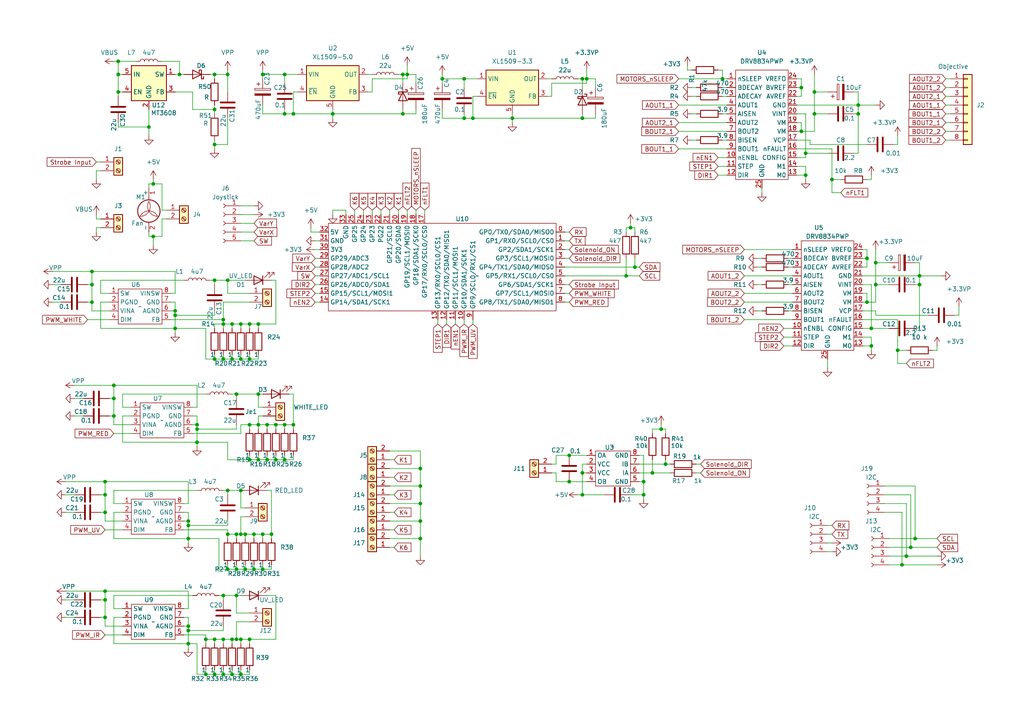
<source format=kicad_sch>
(kicad_sch (version 20231120) (generator "eeschema") (generator_version "8.0")
  (paper "A4")
  (junction (at 74.93 114.3))
  (junction (at 67.31 104.14))
  (junction (at 68.58 165.1))
  (junction (at 57.15 124.46))
  (junction (at 134.62 22.86))
  (junction (at 254 76.2))
  (junction (at 43.18 36.83))
  (junction (at 50.8 95.25))
  (junction (at 26.67 82.55))
  (junction (at 266.7 82.55))
  (junction (at 232.41 38.1))
  (junction (at 34.29 21.59))
  (junction (at 137.16 34.29))
  (junction (at 54.61 151.13))
  (junction (at 33.02 111.76))
  (junction (at 68.58 114.3))
  (junction (at 26.67 78.74))
  (junction (at 252.73 95.25))
  (junction (at 264.16 158.75))
  (junction (at 30.48 143.51))
  (junction (at 76.2 165.1))
  (junction (at 33.02 120.65))
  (junction (at 236.22 33.02))
  (junction (at 72.39 93.98))
  (junction (at 34.29 17.78))
  (junction (at 59.69 185.42))
  (junction (at 96.52 33.02))
  (junction (at 184.15 77.47))
  (junction (at 82.55 123.19))
  (junction (at 266.7 80.01))
  (junction (at 134.62 34.29))
  (junction (at 80.01 133.35))
  (junction (at 66.04 81.28))
  (junction (at 73.66 165.1))
  (junction (at 74.93 123.19))
  (junction (at 189.23 137.16))
  (junction (at 85.09 123.19))
  (junction (at 64.77 185.42))
  (junction (at 69.85 104.14))
  (junction (at 241.3 52.07))
  (junction (at 251.46 74.93))
  (junction (at 262.89 161.29))
  (junction (at 148.59 34.29))
  (junction (at 54.61 181.61))
  (junction (at 34.29 26.67))
  (junction (at 54.61 156.21))
  (junction (at 82.55 33.02))
  (junction (at 26.67 87.63))
  (junction (at 66.04 142.24))
  (junction (at 74.93 93.98))
  (junction (at 52.07 21.59))
  (junction (at 54.61 182.88))
  (junction (at 168.91 143.51))
  (junction (at 69.85 142.24))
  (junction (at 82.55 133.35))
  (junction (at 62.23 21.59))
  (junction (at 265.43 156.21))
  (junction (at 168.91 137.16))
  (junction (at 251.46 87.63))
  (junction (at 67.31 195.58))
  (junction (at 68.58 154.94))
  (junction (at 254 82.55))
  (junction (at 69.85 93.98))
  (junction (at 168.91 34.29))
  (junction (at 181.61 80.01))
  (junction (at 82.55 21.59))
  (junction (at 64.77 93.98))
  (junction (at 44.45 68.58))
  (junction (at 260.35 101.6))
  (junction (at 80.01 123.19))
  (junction (at 236.22 26.67))
  (junction (at 186.69 139.7))
  (junction (at 252.73 100.33))
  (junction (at 248.92 33.02))
  (junction (at 68.58 185.42))
  (junction (at 30.48 148.59))
  (junction (at 67.31 185.42))
  (junction (at 71.12 165.1))
  (junction (at 64.77 195.58))
  (junction (at 54.61 152.4))
  (junction (at 128.27 22.86))
  (junction (at 66.04 165.1))
  (junction (at 72.39 185.42))
  (junction (at 76.2 154.94))
  (junction (at 69.85 185.42))
  (junction (at 168.91 22.86))
  (junction (at 116.84 21.59))
  (junction (at 232.41 25.4))
  (junction (at 85.09 33.02))
  (junction (at 121.92 140.97))
  (junction (at 62.23 195.58))
  (junction (at 165.1 139.7))
  (junction (at 64.77 104.14))
  (junction (at 165.1 132.08))
  (junction (at 30.48 171.45))
  (junction (at 30.48 179.07))
  (junction (at 54.61 186.69))
  (junction (at 121.92 151.13))
  (junction (at 69.85 154.94))
  (junction (at 118.11 21.59))
  (junction (at 66.04 21.59))
  (junction (at 191.77 124.46))
  (junction (at 30.48 139.7))
  (junction (at 67.31 93.98))
  (junction (at 71.12 154.94))
  (junction (at 62.23 104.14))
  (junction (at 62.23 31.75))
  (junction (at 64.77 172.72))
  (junction (at 78.74 154.94))
  (junction (at 209.55 22.86))
  (junction (at 170.18 22.86))
  (junction (at 72.39 133.35))
  (junction (at 33.02 115.57))
  (junction (at 261.62 163.83))
  (junction (at 62.23 185.42))
  (junction (at 57.15 128.27))
  (junction (at 72.39 123.19))
  (junction (at 68.58 172.72))
  (junction (at 186.69 143.51))
  (junction (at 50.8 90.17))
  (junction (at 59.69 195.58))
  (junction (at 30.48 173.99))
  (junction (at 233.68 50.8))
  (junction (at 44.45 53.34))
  (junction (at 62.23 81.28))
  (junction (at 121.92 156.21))
  (junction (at 72.39 104.14))
  (junction (at 193.04 134.62))
  (junction (at 77.47 123.19))
  (junction (at 64.77 92.71))
  (junction (at 248.92 30.48))
  (junction (at 73.66 154.94))
  (junction (at 76.2 21.59))
  (junction (at 74.93 133.35))
  (junction (at 233.68 44.45))
  (junction (at 62.23 41.91))
  (junction (at 121.92 146.05))
  (junction (at 77.47 133.35))
  (junction (at 182.88 66.04))
  (junction (at 69.85 195.58))
  (junction (at 57.15 123.19))
  (junction (at 66.04 154.94))
  (junction (at 121.92 135.89))
  (junction (at 50.8 91.44))
  (junction (at 116.84 33.02))
  (wire (pts (xy 250.19 90.17) (xy 254 90.17)))
  (wire (pts (xy 60.96 21.59) (xy 62.23 21.59)))
  (wire (pts (xy 161.29 132.08) (xy 165.1 132.08)))
  (wire (pts (xy 67.31 102.87) (xy 67.31 104.14)))
  (wire (pts (xy 113.03 143.51) (xy 114.3 143.51)))
  (wire (pts (xy 73.66 67.31) (xy 69.85 67.31)))
  (wire (pts (xy 191.77 124.46) (xy 189.23 124.46)))
  (wire (pts (xy 232.41 35.56) (xy 232.41 38.1)))
  (wire (pts (xy 43.18 68.58) (xy 44.45 68.58)))
  (wire (pts (xy 231.14 27.94) (xy 232.41 27.94)))
  (wire (pts (xy 233.68 45.72) (xy 231.14 45.72)))
  (wire (pts (xy 53.34 146.05) (xy 54.61 146.05)))
  (wire (pts (xy 254 82.55) (xy 257.81 82.55)))
  (wire (pts (xy 260.35 105.41) (xy 260.35 101.6)))
  (wire (pts (xy 74.93 114.3) (xy 76.2 114.3)))
  (wire (pts (xy 33.02 125.73) (xy 38.1 125.73)))
  (wire (pts (xy 107.95 60.96) (xy 107.95 62.23)))
  (wire (pts (xy 72.39 186.69) (xy 72.39 185.42)))
  (wire (pts (xy 264.16 158.75) (xy 271.78 158.75)))
  (wire (pts (xy 236.22 21.59) (xy 236.22 26.67)))
  (wire (pts (xy 115.57 21.59) (xy 116.84 21.59)))
  (wire (pts (xy 69.85 149.86) (xy 71.12 149.86)))
  (wire (pts (xy 113.03 148.59) (xy 114.3 148.59)))
  (wire (pts (xy 161.29 134.62) (xy 161.29 132.08)))
  (wire (pts (xy 76.2 163.83) (xy 76.2 165.1)))
  (wire (pts (xy 167.64 22.86) (xy 168.91 22.86)))
  (wire (pts (xy 52.07 21.59) (xy 53.34 21.59)))
  (wire (pts (xy 219.71 82.55) (xy 220.98 82.55)))
  (wire (pts (xy 189.23 124.46) (xy 189.23 125.73)))
  (wire (pts (xy 68.58 114.3) (xy 74.93 114.3)))
  (wire (pts (xy 266.7 80.01) (xy 273.05 80.01)))
  (wire (pts (xy 165.1 132.08) (xy 170.18 132.08)))
  (wire (pts (xy 231.14 22.86) (xy 232.41 22.86)))
  (wire (pts (xy 121.92 140.97) (xy 121.92 146.05)))
  (wire (pts (xy 66.04 142.24) (xy 66.04 143.51)))
  (wire (pts (xy 168.91 33.02) (xy 168.91 34.29)))
  (wire (pts (xy 121.92 146.05) (xy 121.92 151.13)))
  (wire (pts (xy 38.1 118.11) (xy 35.56 118.11)))
  (wire (pts (xy 66.04 81.28) (xy 66.04 85.09)))
  (wire (pts (xy 181.61 74.93) (xy 181.61 80.01)))
  (wire (pts (xy 274.32 38.1) (xy 275.59 38.1)))
  (wire (pts (xy 134.62 92.71) (xy 134.62 93.98)))
  (wire (pts (xy 76.2 165.1) (xy 73.66 165.1)))
  (wire (pts (xy 55.88 125.73) (xy 69.85 125.73)))
  (wire (pts (xy 170.18 20.32) (xy 170.18 22.86)))
  (wire (pts (xy 90.17 66.04) (xy 90.17 67.31)))
  (wire (pts (xy 209.55 33.02) (xy 210.82 33.02)))
  (wire (pts (xy 250.19 80.01) (xy 266.7 80.01)))
  (wire (pts (xy 118.11 21.59) (xy 118.11 22.86)))
  (wire (pts (xy 256.54 148.59) (xy 261.62 148.59)))
  (wire (pts (xy 250.19 97.79) (xy 252.73 97.79)))
  (wire (pts (xy 49.53 85.09) (xy 50.8 85.09)))
  (wire (pts (xy 68.58 177.8) (xy 72.39 177.8)))
  (wire (pts (xy 113.03 158.75) (xy 114.3 158.75)))
  (wire (pts (xy 240.03 104.14) (xy 240.03 106.68)))
  (wire (pts (xy 54.61 146.05) (xy 54.61 139.7)))
  (wire (pts (xy 115.57 60.96) (xy 115.57 62.23)))
  (wire (pts (xy 57.15 186.69) (xy 54.61 186.69)))
  (wire (pts (xy 231.14 50.8) (xy 233.68 50.8)))
  (wire (pts (xy 29.21 179.07) (xy 30.48 179.07)))
  (wire (pts (xy 62.23 33.02) (xy 62.23 31.75)))
  (wire (pts (xy 113.03 146.05) (xy 121.92 146.05)))
  (wire (pts (xy 116.84 21.59) (xy 116.84 24.13)))
  (wire (pts (xy 231.14 40.64) (xy 234.95 40.64)))
  (wire (pts (xy 274.32 22.86) (xy 275.59 22.86)))
  (wire (pts (xy 248.92 30.48) (xy 254 30.48)))
  (wire (pts (xy 74.93 132.08) (xy 74.93 133.35)))
  (wire (pts (xy 44.45 52.07) (xy 44.45 53.34)))
  (wire (pts (xy 64.77 92.71) (xy 64.77 87.63)))
  (wire (pts (xy 76.2 154.94) (xy 76.2 156.21)))
  (wire (pts (xy 254 76.2) (xy 257.81 76.2)))
  (wire (pts (xy 209.55 20.32) (xy 209.55 22.86)))
  (wire (pts (xy 67.31 104.14) (xy 64.77 104.14)))
  (wire (pts (xy 35.56 118.11) (xy 35.56 114.3)))
  (wire (pts (xy 86.36 26.67) (xy 85.09 26.67)))
  (wire (pts (xy 270.51 101.6) (xy 271.78 101.6)))
  (wire (pts (xy 62.23 81.28) (xy 62.23 82.55)))
  (wire (pts (xy 74.93 133.35) (xy 72.39 133.35)))
  (wire (pts (xy 228.6 74.93) (xy 229.87 74.93)))
  (wire (pts (xy 50.8 87.63) (xy 50.8 90.17)))
  (wire (pts (xy 50.8 85.09) (xy 50.8 78.74)))
  (wire (pts (xy 53.34 153.67) (xy 66.04 153.67)))
  (wire (pts (xy 78.74 163.83) (xy 78.74 165.1)))
  (wire (pts (xy 184.15 66.04) (xy 184.15 67.31)))
  (wire (pts (xy 77.47 172.72) (xy 80.01 172.72)))
  (wire (pts (xy 80.01 123.19) (xy 80.01 124.46)))
  (wire (pts (xy 69.85 93.98) (xy 72.39 93.98)))
  (wire (pts (xy 29.21 81.28) (xy 53.34 81.28)))
  (wire (pts (xy 27.94 49.53) (xy 27.94 52.07)))
  (wire (pts (xy 228.6 90.17) (xy 229.87 90.17)))
  (wire (pts (xy 182.88 143.51) (xy 186.69 143.51)))
  (wire (pts (xy 96.52 33.02) (xy 96.52 34.29)))
  (wire (pts (xy 33.02 120.65) (xy 33.02 123.19)))
  (wire (pts (xy 62.23 21.59) (xy 62.23 22.86)))
  (wire (pts (xy 64.77 104.14) (xy 62.23 104.14)))
  (wire (pts (xy 77.47 133.35) (xy 80.01 133.35)))
  (wire (pts (xy 250.19 85.09) (xy 251.46 85.09)))
  (wire (pts (xy 31.75 87.63) (xy 29.21 87.63)))
  (wire (pts (xy 73.66 165.1) (xy 71.12 165.1)))
  (wire (pts (xy 120.65 60.96) (xy 120.65 62.23)))
  (wire (pts (xy 209.55 22.86) (xy 210.82 22.86)))
  (wire (pts (xy 76.2 33.02) (xy 82.55 33.02)))
  (wire (pts (xy 172.72 34.29) (xy 168.91 34.29)))
  (wire (pts (xy 50.8 95.25) (xy 50.8 91.44)))
  (wire (pts (xy 33.02 186.69) (xy 54.61 186.69)))
  (wire (pts (xy 254 72.39) (xy 254 76.2)))
  (wire (pts (xy 261.62 148.59) (xy 261.62 163.83)))
  (wire (pts (xy 68.58 165.1) (xy 66.04 165.1)))
  (wire (pts (xy 72.39 104.14) (xy 69.85 104.14)))
  (wire (pts (xy 54.61 181.61) (xy 53.34 181.61)))
  (wire (pts (xy 248.92 44.45) (xy 248.92 33.02)))
  (wire (pts (xy 121.92 151.13) (xy 121.92 156.21)))
  (wire (pts (xy 15.24 82.55) (xy 17.78 82.55)))
  (wire (pts (xy 74.93 118.11) (xy 76.2 118.11)))
  (wire (pts (xy 29.21 87.63) (xy 29.21 95.25)))
  (wire (pts (xy 33.02 179.07) (xy 33.02 186.69)))
  (wire (pts (xy 215.9 72.39) (xy 229.87 72.39)))
  (wire (pts (xy 236.22 26.67) (xy 236.22 33.02)))
  (wire (pts (xy 27.94 62.23) (xy 27.94 63.5)))
  (wire (pts (xy 72.39 195.58) (xy 69.85 195.58)))
  (wire (pts (xy 248.92 26.67) (xy 248.92 30.48)))
  (wire (pts (xy 35.56 114.3) (xy 59.69 114.3)))
  (wire (pts (xy 26.67 82.55) (xy 26.67 87.63)))
  (wire (pts (xy 85.09 114.3) (xy 85.09 123.19)))
  (wire (pts (xy 254 91.44) (xy 254 90.17)))
  (wire (pts (xy 185.42 137.16) (xy 189.23 137.16)))
  (wire (pts (xy 62.23 185.42) (xy 64.77 185.42)))
  (wire (pts (xy 66.04 26.67) (xy 66.04 21.59)))
  (wire (pts (xy 170.18 22.86) (xy 170.18 24.13)))
  (wire (pts (xy 215.9 92.71) (xy 229.87 92.71)))
  (wire (pts (xy 160.02 24.13) (xy 170.18 24.13)))
  (wire (pts (xy 35.56 120.65) (xy 35.56 128.27)))
  (wire (pts (xy 69.85 62.23) (xy 73.66 62.23)))
  (wire (pts (xy 160.02 24.13) (xy 160.02 27.94)))
  (wire (pts (xy 274.32 27.94) (xy 275.59 27.94)))
  (wire (pts (xy 219.71 77.47) (xy 220.98 77.47)))
  (wire (pts (xy 241.3 43.18) (xy 241.3 52.07)))
  (wire (pts (xy 107.95 26.67) (xy 106.68 26.67)))
  (wire (pts (xy 53.34 176.53) (xy 54.61 176.53)))
  (wire (pts (xy 106.68 21.59) (xy 107.95 21.59)))
  (wire (pts (xy 25.4 82.55) (xy 26.67 82.55)))
  (wire (pts (xy 63.5 172.72) (xy 64.77 172.72)))
  (wire (pts (xy 66.04 128.27) (xy 57.15 128.27)))
  (wire (pts (xy 163.83 85.09) (xy 165.1 85.09)))
  (wire (pts (xy 67.31 93.98) (xy 67.31 95.25)))
  (wire (pts (xy 78.74 165.1) (xy 76.2 165.1)))
  (wire (pts (xy 199.39 20.32) (xy 200.66 20.32)))
  (wire (pts (xy 33.02 115.57) (xy 33.02 120.65)))
  (wire (pts (xy 29.21 49.53) (xy 27.94 49.53)))
  (wire (pts (xy 251.46 85.09) (xy 251.46 87.63)))
  (wire (pts (xy 33.02 148.59) (xy 33.02 156.21)))
  (wire (pts (xy 185.42 134.62) (xy 193.04 134.62)))
  (wire (pts (xy 78.74 142.24) (xy 78.74 154.94)))
  (wire (pts (xy 116.84 31.75) (xy 116.84 33.02)))
  (wire (pts (xy 59.69 195.58) (xy 59.69 194.31)))
  (wire (pts (xy 72.39 93.98) (xy 74.93 93.98)))
  (wire (pts (xy 64.77 142.24) (xy 66.04 142.24)))
  (wire (pts (xy 231.14 30.48) (xy 248.92 30.48)))
  (wire (pts (xy 34.29 17.78) (xy 34.29 21.59)))
  (wire (pts (xy 203.2 137.16) (xy 201.93 137.16)))
  (wire (pts (xy 113.03 62.23) (xy 113.03 60.96)))
  (wire (pts (xy 80.01 172.72) (xy 80.01 185.42)))
  (wire (pts (xy 181.61 80.01) (xy 185.42 80.01)))
  (wire (pts (xy 158.75 22.86) (xy 160.02 22.86)))
  (wire (pts (xy 74.93 123.19) (xy 77.47 123.19)))
  (wire (pts (xy 113.03 156.21) (xy 121.92 156.21)))
  (wire (pts (xy 163.83 72.39) (xy 165.1 72.39)))
  (wire (pts (xy 193.04 134.62) (xy 194.31 134.62)))
  (wire (pts (xy 241.3 52.07) (xy 243.84 52.07)))
  (wire (pts (xy 29.21 46.99) (xy 27.94 46.99)))
  (wire (pts (xy 34.29 26.67) (xy 34.29 21.59)))
  (wire (pts (xy 66.04 154.94) (xy 68.58 154.94)))
  (wire (pts (xy 100.33 60.96) (xy 100.33 62.23)))
  (wire (pts (xy 74.93 120.65) (xy 74.93 123.19)))
  (wire (pts (xy 68.58 172.72) (xy 68.58 177.8)))
  (wire (pts (xy 54.61 186.69) (xy 54.61 187.96)))
  (wire (pts (xy 57.15 124.46) (xy 68.58 124.46)))
  (wire (pts (xy 233.68 44.45) (xy 240.03 44.45)))
  (wire (pts (xy 250.19 74.93) (xy 251.46 74.93)))
  (wire (pts (xy 200.66 27.94) (xy 201.93 27.94)))
  (wire (pts (xy 85.09 123.19) (xy 85.09 124.46)))
  (wire (pts (xy 30.48 184.15) (xy 35.56 184.15)))
  (wire (pts (xy 76.2 21.59) (xy 76.2 22.86)))
  (wire (pts (xy 21.59 111.76) (xy 33.02 111.76)))
  (wire (pts (xy 80.01 132.08) (xy 80.01 133.35)))
  (wire (pts (xy 82.55 21.59) (xy 82.55 24.13)))
  (wire (pts (xy 160.02 137.16) (xy 161.29 137.16)))
  (wire (pts (xy 260.35 41.91) (xy 259.08 41.91)))
  (wire (pts (xy 209.55 20.32) (xy 208.28 20.32)))
  (wire (pts (xy 271.78 101.6) (xy 271.78 100.33)))
  (wire (pts (xy 68.58 114.3) (xy 68.58 115.57)))
  (wire (pts (xy 113.03 151.13) (xy 121.92 151.13)))
  (wire (pts (xy 91.44 77.47) (xy 92.71 77.47)))
  (wire (pts (xy 83.82 114.3) (xy 85.09 114.3)))
  (wire (pts (xy 29.21 85.09) (xy 29.21 81.28)))
  (wire (pts (xy 172.72 22.86) (xy 172.72 25.4)))
  (wire (pts (xy 68.58 185.42) (xy 68.58 180.34)))
  (wire (pts (xy 69.85 69.85) (xy 73.66 69.85)))
  (wire (pts (xy 266.7 82.55) (xy 266.7 80.01)))
  (wire (pts (xy 247.65 44.45) (xy 248.92 44.45)))
  (wire (pts (xy 248.92 33.02) (xy 248.92 30.48)))
  (wire (pts (xy 29.21 66.04) (xy 27.94 66.04)))
  (wire (pts (xy 91.44 82.55) (xy 92.71 82.55)))
  (wire (pts (xy 30.48 151.13) (xy 35.56 151.13)))
  (wire (pts (xy 50.8 95.25) (xy 50.8 96.52)))
  (wire (pts (xy 96.52 62.23) (xy 96.52 60.96)))
  (wire (pts (xy 46.99 17.78) (xy 52.07 17.78)))
  (wire (pts (xy 163.83 82.55) (xy 165.1 82.55)))
  (wire (pts (xy 250.19 82.55) (xy 252.73 82.55)))
  (wire (pts (xy 132.08 92.71) (xy 132.08 93.98)))
  (wire (pts (xy 148.59 34.29) (xy 148.59 35.56)))
  (wire (pts (xy 219.71 74.93) (xy 220.98 74.93)))
  (wire (pts (xy 77.47 123.19) (xy 80.01 123.19)))
  (wire (pts (xy 69.85 104.14) (xy 67.31 104.14)))
  (wire (pts (xy 50.8 21.59) (xy 52.07 21.59)))
  (wire (pts (xy 251.46 87.63) (xy 254 87.63)))
  (wire (pts (xy 30.48 181.61) (xy 35.56 181.61)))
  (wire (pts (xy 85.09 132.08) (xy 85.09 133.35)))
  (wire (pts (xy 19.05 148.59) (xy 21.59 148.59)))
  (wire (pts (xy 182.88 64.77) (xy 182.88 66.04)))
  (wire (pts (xy 199.39 19.05) (xy 199.39 20.32)))
  (wire (pts (xy 73.66 64.77) (xy 69.85 64.77)))
  (wire (pts (xy 67.31 185.42) (xy 67.31 186.69)))
  (wire (pts (xy 274.32 33.02) (xy 275.59 33.02)))
  (wire (pts (xy 64.77 172.72) (xy 68.58 172.72)))
  (wire (pts (xy 91.44 80.01) (xy 92.71 80.01)))
  (wire (pts (xy 271.78 163.83) (xy 261.62 163.83)))
  (wire (pts (xy 25.4 87.63) (xy 26.67 87.63)))
  (wire (pts (xy 233.68 48.26) (xy 233.68 50.8)))
  (wire (pts (xy 21.59 115.57) (xy 24.13 115.57)))
  (wire (pts (xy 62.23 90.17) (xy 62.23 91.44)))
  (wire (pts (xy 54.61 139.7) (xy 30.48 139.7)))
  (wire (pts (xy 209.55 40.64) (xy 210.82 40.64)))
  (wire (pts (xy 184.15 77.47) (xy 185.42 77.47)))
  (wire (pts (xy 54.61 152.4) (xy 54.61 151.13)))
  (wire (pts (xy 54.61 156.21) (xy 54.61 157.48)))
  (wire (pts (xy 252.73 52.07) (xy 251.46 52.07)))
  (wire (pts (xy 55.88 120.65) (xy 57.15 120.65)))
  (wire (pts (xy 30.48 179.07) (xy 30.48 181.61)))
  (wire (pts (xy 118.11 60.96) (xy 118.11 62.23)))
  (wire (pts (xy 116.84 21.59) (xy 118.11 21.59)))
  (wire (pts (xy 67.31 195.58) (xy 64.77 195.58)))
  (wire (pts (xy 134.62 34.29) (xy 137.16 34.29)))
  (wire (pts (xy 274.32 35.56) (xy 275.59 35.56)))
  (wire (pts (xy 78.74 81.28) (xy 80.01 81.28)))
  (wire (pts (xy 57.15 120.65) (xy 57.15 123.19)))
  (wire (pts (xy 250.19 77.47) (xy 251.46 77.47)))
  (wire (pts (xy 54.61 156.21) (xy 54.61 152.4)))
  (wire (pts (xy 234.95 41.91) (xy 251.46 41.91)))
  (wire (pts (xy 80.01 123.19) (xy 82.55 123.19)))
  (wire (pts (xy 50.8 78.74) (xy 26.67 78.74)))
  (wire (pts (xy 241.3 160.02) (xy 240.03 160.02)))
  (wire (pts (xy 57.15 118.11) (xy 57.15 111.76)))
  (wire (pts (xy 31.75 85.09) (xy 29.21 85.09)))
  (wire (pts (xy 232.41 38.1) (xy 231.14 38.1)))
  (wire (pts (xy 72.39 93.98) (xy 72.39 95.25)))
  (wire (pts (xy 278.13 88.9) (xy 278.13 91.44)))
  (wire (pts (xy 67.31 93.98) (xy 69.85 93.98)))
  (wire (pts (xy 57.15 195.58) (xy 59.69 195.58)))
  (wire (pts (xy 128.27 31.75) (xy 128.27 34.29)))
  (wire (pts (xy 33.02 142.24) (xy 57.15 142.24)))
  (wire (pts (xy 181.61 67.31) (xy 181.61 66.04)))
  (wire (pts (xy 113.03 138.43) (xy 114.3 138.43)))
  (wire (pts (xy 69.85 102.87) (xy 69.85 104.14)))
  (wire (pts (xy 48.26 63.5) (xy 46.99 63.5)))
  (wire (pts (xy 252.73 101.6) (xy 252.73 100.33)))
  (wire (pts (xy 113.03 153.67) (xy 114.3 153.67)))
  (wire (pts (xy 66.04 133.35) (xy 66.04 128.27)))
  (wire (pts (xy 62.23 194.31) (xy 62.23 195.58)))
  (wire (pts (xy 91.44 85.09) (xy 92.71 85.09)))
  (wire (pts (xy 232.41 22.86) (xy 232.41 25.4)))
  (wire (pts (xy 170.18 134.62) (xy 168.91 134.62)))
  (wire (pts (xy 69.85 154.94) (xy 71.12 154.94)))
  (wire (pts (xy 262.89 105.41) (xy 260.35 105.41)))
  (wire (pts (xy 227.33 97.79) (xy 229.87 97.79)))
  (wire (pts (xy 241.3 152.4) (xy 240.03 152.4)))
  (wire (pts (xy 215.9 85.09) (xy 229.87 85.09)))
  (wire (pts (xy 62.23 43.18) (xy 62.23 41.91)))
  (wire (pts (xy 78.74 154.94) (xy 76.2 154.94)))
  (wire (pts (xy 72.39 185.42) (xy 80.01 185.42)))
  (wire (pts (xy 69.85 142.24) (xy 69.85 147.32)))
  (wire (pts (xy 74.93 102.87) (xy 74.93 104.14)))
  (wire (pts (xy 185.42 132.08) (xy 186.69 132.08)))
  (wire (pts (xy 121.92 135.89) (xy 121.92 140.97)))
  (wire (pts (xy 64.77 194.31) (xy 64.77 195.58)))
  (wire (pts (xy 193.04 124.46) (xy 193.04 125.73)))
  (wire (pts (xy 63.5 156.21) (xy 54.61 156.21)))
  (wire (pts (xy 35.56 128.27) (xy 57.15 128.27)))
  (wire (pts (xy 35.56 176.53) (xy 33.02 176.53)))
  (wire (pts (xy 163.83 69.85) (xy 165.1 69.85)))
  (wire (pts (xy 262.89 161.29) (xy 257.81 161.29)))
  (wire (pts (xy 69.85 147.32) (xy 71.12 147.32)))
  (wire (pts (xy 256.54 140.97) (xy 265.43 140.97)))
  (wire (pts (xy 227.33 95.25) (xy 229.87 95.25)))
  (wire (pts (xy 66.04 81.28) (xy 71.12 81.28)))
  (wire (pts (xy 160.02 27.94) (xy 158.75 27.94)))
  (wire (pts (xy 62.23 185.42) (xy 62.23 186.69)))
  (wire (pts (xy 231.14 33.02) (xy 233.68 33.02)))
  (wire (pts (xy 57.15 195.58) (xy 57.15 186.69)))
  (wire (pts (xy 54.61 179.07) (xy 54.61 181.61)))
  (wire (pts (xy 19.05 139.7) (xy 30.48 139.7)))
  (wire (pts (xy 189.23 133.35) (xy 189.23 137.16)))
  (wire (pts (xy 21.59 120.65) (xy 24.13 120.65)))
  (wire (pts (xy 163.83 77.47) (xy 184.15 77.47)))
  (wire (pts (xy 265.43 76.2) (xy 266.7 76.2)))
  (wire (pts (xy 209.55 27.94) (xy 210.82 27.94)))
  (wire (pts (xy 113.03 133.35) (xy 114.3 133.35)))
  (wire (pts (xy 34.29 17.78) (xy 39.37 17.78)))
  (wire (pts (xy 68.58 163.83) (xy 68.58 165.1)))
  (wire (pts (xy 19.05 143.51) (xy 21.59 143.51)))
  (wire (pts (xy 43.18 31.75) (xy 43.18 36.83)))
  (wire (pts (xy 33.02 172.72) (xy 55.88 172.72)))
  (wire (pts (xy 102.87 62.23) (xy 102.87 60.96)))
  (wire (pts (xy 120.65 31.75) (xy 120.65 33.02)))
  (wire (pts (xy 107.95 22.86) (xy 118.11 22.86)))
  (wire (pts (xy 54.61 148.59) (xy 54.61 151.13)))
  (wire (pts (xy 264.16 143.51) (xy 264.16 158.75)))
  (wire (pts (xy 265.43 140.97) (xy 265.43 156.21)))
  (wire (pts (xy 236.22 38.1) (xy 232.41 38.1)))
  (wire (pts (xy 33.02 111.76) (xy 33.02 115.57)))
  (wire (pts (xy 118.11 19.05) (xy 118.11 21.59)))
  (wire (pts (xy 74.93 104.14) (xy 72.39 104.14)))
  (wire (pts (xy 123.19 60.96) (xy 123.19 62.23)))
  (wire (pts (xy 64.77 102.87) (xy 64.77 104.14)))
  (wire (pts (xy 34.29 36.83) (xy 43.18 36.83)))
  (wire (pts (xy 64.77 172.72) (xy 64.77 173.99)))
  (wire (pts (xy 252.73 50.8) (xy 252.73 52.07)))
  (wire (pts (xy 256.54 146.05) (xy 262.89 146.05)))
  (wire (pts (xy 91.44 74.93) (xy 92.71 74.93)))
  (wire (pts (xy 66.04 153.67) (xy 66.04 154.94)))
  (wire (pts (xy 107.95 22.86) (xy 107.95 26.67)))
  (wire (pts (xy 128.27 34.29) (xy 134.62 34.29)))
  (wire (pts (xy 67.31 194.31) (xy 67.31 195.58)))
  (wire (pts (xy 27.94 66.04) (xy 27.94 67.31)))
  (wire (pts (xy 128.27 22.86) (xy 128.27 24.13)))
  (wire (pts (xy 228.6 82.55) (xy 229.87 82.55)))
  (wire (pts (xy 170.18 22.86) (xy 172.72 22.86)))
  (wire (pts (xy 137.16 27.94) (xy 137.16 34.29)))
  (wire (pts (xy 69.85 154.94) (xy 69.85 149.86)))
  (wire (pts (xy 189.23 137.16) (xy 194.31 137.16)))
  (wire (pts (xy 29.21 148.59) (xy 30.48 148.59)))
  (wire (pts (xy 35.56 179.07) (xy 33.02 179.07)))
  (wire (pts (xy 232.41 25.4) (xy 232.41 27.94)))
  (wire (pts (xy 50.8 26.67) (xy 55.88 26.67)))
  (wire (pts (xy 256.54 143.51) (xy 264.16 143.51)))
  (wire (pts (xy 257.81 156.21) (xy 265.43 156.21)))
  (wire (pts (xy 29.21 143.51) (xy 30.48 143.51)))
  (wire (pts (xy 66.04 142.24) (xy 69.85 142.24)))
  (wire (pts (xy 200.66 33.02) (xy 201.93 33.02)))
  (wire (pts (xy 168.91 143.51) (xy 175.26 143.51)))
  (wire (pts (xy 96.52 60.96) (xy 100.33 60.96)))
  (wire (pts (xy 66.04 41.91) (xy 62.23 41.91)))
  (wire (pts (xy 165.1 87.63) (xy 163.83 87.63)))
  (wire (pts (xy 30.48 171.45) (xy 54.61 171.45)))
  (wire (pts (xy 91.44 69.85) (xy 92.71 69.85)))
  (wire (pts (xy 265.43 82.55) (xy 266.7 82.55)))
  (wire (pts (xy 138.43 27.94) (xy 137.16 27.94)))
  (wire (pts (xy 260.35 39.37) (xy 260.35 41.91)))
  (wire (pts (xy 181.61 66.04) (xy 182.88 66.04)))
  (wire (pts (xy 196.85 35.56) (xy 210.82 35.56)))
  (wire (pts (xy 254 91.44) (xy 269.24 91.44)))
  (wire (pts (xy 33.02 123.19) (xy 38.1 123.19)))
  (wire (pts (xy 233.68 52.07) (xy 233.68 50.8)))
  (wire (pts (xy 64.77 92.71) (xy 64.77 93.98)))
  (wire (pts (xy 50.8 91.44) (xy 62.23 91.44)))
  (wire (pts (xy 231.14 35.56) (xy 232.41 35.56)))
  (wire (pts (xy 34.29 35.56) (xy 34.29 36.83)))
  (wire (pts (xy 251.46 72.39) (xy 251.46 74.93)))
  (wire (pts (xy 68.58 154.94) (xy 69.85 154.94)))
  (wire (pts (xy 49.53 92.71) (xy 64.77 92.71)))
  (wire (pts (xy 62.23 81.28) (xy 66.04 81.28)))
  (wire (pts (xy 252.73 95.25) (xy 257.81 95.25)))
  (wire (pts (xy 168.91 137.16) (xy 168.91 143.51)))
  (wire (pts (xy 266.7 95.25) (xy 266.7 82.55)))
  (wire (pts (xy 62.23 195.58) (xy 59.69 195.58)))
  (wire (pts (xy 196.85 38.1) (xy 210.82 38.1)))
  (wire (pts (xy 110.49 60.96) (xy 110.49 62.23)))
  (wire (pts (xy 113.03 140.97) (xy 121.92 140.97)))
  (wire (pts (xy 247.65 33.02) (xy 248.92 33.02)))
  (wire (pts (xy 196.85 43.18) (xy 210.82 43.18)))
  (wire (pts (xy 66.04 85.09) (xy 72.39 85.09)))
  (wire (pts (xy 113.03 135.89) (xy 121.92 135.89)))
  (wire (pts (xy 78.74 142.24) (xy 77.47 142.24)))
  (wire (pts (xy 200.66 40.64) (xy 201.93 40.64)))
  (wire (pts (xy 96.52 31.75) (xy 96.52 33.02)))
  (wire (pts (xy 64.77 195.58) (xy 62.23 195.58)))
  (wire (pts (xy 30.48 139.7) (xy 30.48 143.51)))
  (wire (pts (xy 44.45 68.58) (xy 46.99 68.58)))
  (wire (pts (xy 215.9 87.63) (xy 229.87 87.63)))
  (wire (pts (xy 53.34 148.59) (xy 54.61 148.59)))
  (wire (pts (xy 254 76.2) (xy 254 82.55)))
  (wire (pts (xy 44.45 53.34) (xy 46.99 53.34)))
  (wire (pts (xy 33.02 176.53) (xy 33.02 172.72)))
  (wire (pts (xy 250.19 72.39) (xy 251.46 72.39)))
  (wire (pts (xy 82.55 123.19) (xy 82.55 124.46)))
  (wire (pts (xy 68.58 180.34) (xy 72.39 180.34)))
  (wire (pts (xy 128.27 21.59) (xy 128.27 22.86)))
  (wire (pts (xy 271.78 161.29) (xy 262.89 161.29)))
  (wire (pts (xy 76.2 20.32) (xy 76.2 21.59)))
  (wire (pts (xy 74.93 123.19) (xy 74.93 124.46)))
  (wire (pts (xy 80.01 81.28) (xy 80.01 93.98)))
  (wire (pts (xy 62.23 30.48) (xy 62.23 31.75)))
  (wire (pts (xy 68.58 154.94) (xy 68.58 156.21)))
  (wire (pts (xy 236.22 26.67) (xy 240.03 26.67)))
  (wire (pts (xy 30.48 153.67) (xy 35.56 153.67)))
  (wire (pts (xy 69.85 185.42) (xy 69.85 186.69)))
  (wire (pts (xy 76.2 30.48) (xy 76.2 33.02)))
  (wire (pts (xy 73.66 154.94) (xy 73.66 156.21)))
  (wire (pts (xy 185.42 139.7) (xy 186.69 139.7)))
  (wire (pts (xy 29.21 95.25) (xy 50.8 95.25)))
  (wire (pts (xy 82.55 21.59) (xy 86.36 21.59)))
  (wire (pts (xy 191.77 124.46) (xy 191.77 123.19)))
  (wire (pts (xy 62.23 95.25) (xy 62.23 93.98)))
  (wire (pts (xy 137.16 93.98) (xy 137.16 92.71)))
  (wire (pts (xy 69.85 194.31) (xy 69.85 195.58)))
  (wire (pts (xy 85.09 123.19) (xy 82.55 123.19)))
  (wire (pts (xy 165.1 139.7) (xy 170.18 139.7)))
  (wire (pts (xy 77.47 133.35) (xy 74.93 133.35)))
  (wire (pts (xy 168.91 134.62) (xy 168.91 137.16)))
  (wire (pts (xy 184.15 74.93) (xy 184.15 77.47)))
  (wire (pts (xy 59.69 104.14) (xy 62.23 104.14)))
  (wire (pts (xy 113.03 130.81) (xy 121.92 130.81)))
  (wire (pts (xy 121.92 156.21) (xy 121.92 161.29)))
  (wire (pts (xy 74.93 93.98) (xy 74.93 95.25)))
  (wire (pts (xy 66.04 34.29) (xy 66.04 41.91)))
  (wire (pts (xy 193.04 133.35) (xy 193.04 134.62)))
  (wire (pts (xy 74.93 114.3) (xy 74.93 118.11)))
  (wire (pts (xy 62.23 104.14) (xy 62.23 102.87)))
  (wire (pts (xy 209.55 25.4) (xy 210.82 25.4)))
  (wire (pts (xy 64.77 87.63) (xy 72.39 87.63)))
  (wire (pts (xy 182.88 66.04) (xy 184.15 66.04)))
  (wire (pts (xy 71.12 154.94) (xy 71.12 156.21)))
  (wire (pts (xy 77.47 132.08) (xy 77.47 133.35)))
  (wire (pts (xy 252.73 82.55) (xy 252.73 95.25)))
  (wire (pts (xy 77.47 123.19) (xy 77.47 124.46)))
  (wire (pts (xy 66.04 151.13) (xy 66.04 152.4)))
  (wire (pts (xy 34.29 27.94) (xy 34.29 26.67)))
  (wire (pts (xy 118.11 21.59) (xy 120.65 21.59)))
  (wire (pts (xy 262.89 146.05) (xy 262.89 161.29)))
  (wire (pts (xy 35.56 146.05) (xy 33.02 146.05)))
  (wire (pts (xy 69.85 195.58) (xy 67.31 195.58)))
  (wire (pts (xy 163.83 80.01) (xy 181.61 80.01)))
  (wire (pts (xy 71.12 163.83) (xy 71.12 165.1)))
  (wire (pts (xy 74.93 120.65) (xy 76.2 120.65)))
  (wire (pts (xy 30.48 148.59) (xy 30.48 151.13)))
  (wire (pts (xy 68.58 185.42) (xy 69.85 185.42)))
  (wire (pts (xy 76.2 21.59) (xy 82.55 21.59)))
  (wire (pts (xy 250.19 95.25) (xy 252.73 95.25)))
  (wire (pts (xy 29.21 63.5) (xy 27.94 63.5)))
  (wire (pts (xy 30.48 173.99) (xy 30.48 179.07)))
  (wire (pts (xy 57.15 124.46) (xy 57.15 123.19)))
  (wire (pts (xy 26.67 87.63) (xy 26.67 90.17)))
  (wire (pts (xy 252.73 97.79) (xy 252.73 100.33)))
  (wire (pts (xy 59.69 186.69) (xy 59.69 185.42)))
  (wire (pts (xy 54.61 182.88) (xy 64.77 182.88)))
  (wire (pts (xy 31.75 120.65) (xy 33.02 120.65)))
  (wire (pts (xy 82.55 132.08) (xy 82.55 133.35)))
  (wire (pts (xy 43.18 67.31) (xy 43.18 68.58)))
  (wire (pts (xy 52.07 17.78) (xy 52.07 21.59)))
  (wire (pts (xy 66.04 156.21) (xy 66.04 154.94)))
  (wire (pts (xy 129.54 92.71) (xy 129.54 93.98)))
  (wire (pts (xy 59.69 185.42) (xy 62.23 185.42)))
  (wire (pts (xy 43.18 53.34) (xy 44.45 53.34)))
  (wire (pts (xy 134.62 22.86) (xy 134.62 25.4)))
  (wire (pts (xy 161.29 139.7) (xy 165.1 139.7)))
  (wire (pts (xy 55.88 118.11) (xy 57.15 118.11)))
  (wire (pts (xy 54.61 186.69) (xy 54.61 182.88)))
  (wire (pts (xy 15.24 78.74) (xy 26.67 78.74)))
  (wire (pts (xy 15.24 87.63) (xy 17.78 87.63)))
  (wire (pts (xy 35.56 26.67) (xy 34.29 26.67)))
  (wire (pts (xy 43.18 54.61) (xy 43.18 53.34)))
  (wire (pts (xy 196.85 30.48) (xy 210.82 30.48)))
  (wire (pts (xy 38.1 120.65) (xy 35.56 120.65)))
  (wire (pts (xy 228.6 77.47) (xy 229.87 77.47)))
  (wire (pts (xy 64.77 93.98) (xy 67.31 93.98)))
  (wire (pts (xy 186.69 132.08) (xy 186.69 139.7)))
  (wire (pts (xy 33.02 156.21) (xy 54.61 156.21)))
  (wire (pts (xy 186.69 143.51) (xy 186.69 144.78)))
  (wire (pts (xy 208.28 45.72) (xy 210.82 45.72)))
  (wire (pts (xy 43.18 36.83) (xy 43.18 39.37)))
  (wire (pts (xy 66.04 133.35) (xy 72.39 133.35)))
  (wire (pts (xy 250.19 87.63) (xy 251.46 87.63)))
  (wire (pts (xy 19.05 173.99) (xy 21.59 173.99)))
  (wire (pts (xy 261.62 163.83) (xy 257.81 163.83)))
  (wire (pts (xy 250.19 92.71) (xy 260.35 92.71)))
  (wire (pts (xy 241.3 157.48) (xy 240.03 157.48)))
  (wire (pts (xy 134.62 22.86) (xy 138.43 22.86)))
  (wire (pts (xy 91.44 72.39) (xy 92.71 72.39)))
  (wire (pts (xy 57.15 111.76) (xy 33.02 111.76)))
  (wire (pts (xy 48.26 60.96) (xy 46.99 60.96)))
  (wire (pts (xy 55.88 31.75) (xy 62.23 31.75)))
  (wire (pts (xy 69.85 185.42) (xy 72.39 185.42)))
  (wire (pts (xy 90.17 67.31) (xy 92.71 67.31)))
  (wire (pts (xy 54.61 182.88) (xy 54.61 181.61)))
  (wire (pts (xy 168.91 22.86) (xy 168.91 25.4)))
  (wire (pts (xy 250.19 100.33) (xy 252.73 100.33)))
  (wire (pts (xy 19.05 179.07) (xy 21.59 179.07)))
  (wire (pts (xy 69.85 93.98) (xy 69.85 95.25)))
  (wire (pts (xy 59.69 184.15) (xy 59.69 185.42)))
  (wire (pts (xy 215.9 80.01) (xy 229.87 80.01)))
  (wire (pts (xy 53.34 179.07) (xy 54.61 179.07)))
  (wire (pts (xy 160.02 134.62) (xy 161.29 134.62)))
  (wire (pts (xy 53.34 184.15) (xy 59.69 184.15)))
  (wire (pts (xy 137.16 34.29) (xy 148.59 34.29)))
  (wire (pts (xy 236.22 33.02) (xy 240.03 33.02)))
  (wire (pts (xy 29.21 173.99) (xy 30.48 173.99)))
  (wire (pts (xy 50.8 90.17) (xy 49.53 90.17)))
  (wire (pts (xy 66.04 165.1) (xy 66.04 163.83)))
  (wire (pts (xy 161.29 137.16) (xy 161.29 139.7)))
  (wire (pts (xy 134.62 33.02) (xy 134.62 34.29)))
  (wire (pts (xy 46.99 68.58) (xy 46.99 63.5)))
  (wire (pts (xy 64.77 93.98) (xy 64.77 95.25)))
  (wire (pts (xy 191.77 124.46) (xy 193.04 124.46)))
  (wire (pts (xy 50.8 91.44) (xy 50.8 90.17)))
  (wire (pts (xy 257.81 158.75) (xy 264.16 158.75)))
  (wire (pts (xy 71.12 154.94) (xy 73.66 154.94)))
  (wire (pts (xy 63.5 165.1) (xy 63.5 156.21)))
  (wire (pts (xy 68.58 123.19) (xy 68.58 124.46)))
  (wire (pts (xy 46.99 53.34) (xy 46.99 60.96)))
  (wire (pts (xy 200.66 25.4) (xy 201.93 25.4)))
  (wire (pts (xy 203.2 134.62) (xy 201.93 134.62)))
  (wire (pts (xy 120.65 21.59) (xy 120.65 24.13)))
  (wire (pts (xy 72.39 133.35) (xy 72.39 132.08)))
  (wire (pts (xy 57.15 123.19) (xy 55.88 123.19)))
  (wire (pts (xy 72.39 124.46) (xy 72.39 123.19)))
  (wire (pts (xy 82.55 33.02) (xy 85.09 33.02)))
  (wire (pts (xy 243.84 55.88) (xy 241.3 55.88)))
  (wire (pts (xy 266.7 76.2) (xy 266.7 80.01)))
  (wire (pts (xy 163.83 67.31) (xy 165.1 67.31)))
  (wire (pts (xy 59.69 95.25) (xy 59.69 104.14)))
  (wire (pts (xy 76.2 154.94) (xy 73.66 154.94)))
  (wire (pts (xy 67.31 114.3) (xy 68.58 114.3)))
  (wire (pts (xy 91.44 87.63) (xy 92.71 87.63)))
  (wire (pts (xy 227.33 100.33) (xy 229.87 100.33)))
  (wire (pts (xy 231.14 48.26) (xy 233.68 48.26)))
  (wire (pts (xy 168.91 22.86) (xy 170.18 22.86)))
  (wire (pts (xy 196.85 22.86) (xy 209.55 22.86)))
  (wire (pts (xy 59.69 95.25) (xy 50.8 95.25)))
  (wire (pts (xy 254 87.63) (xy 254 82.55)))
  (wire (pts (xy 278.13 91.44) (xy 276.86 91.44)))
  (wire (pts (xy 233.68 33.02) (xy 233.68 44.45)))
  (wire (pts (xy 105.41 60.96) (xy 105.41 62.23)))
  (wire (pts (xy 35.56 148.59) (xy 33.02 148.59)))
  (wire (pts (xy 69.85 59.69) (xy 73.66 59.69)))
  (wire (pts (xy 57.15 128.27) (xy 57.15 124.46)))
  (wire (pts (xy 82.55 133.35) (xy 85.09 133.35)))
  (wire (pts (xy 274.32 25.4) (xy 275.59 25.4)))
  (wire (pts (xy 64.77 185.42) (xy 67.31 185.42)))
  (wire (pts (xy 54.61 152.4) (xy 66.04 152.4)))
  (wire (pts (xy 60.96 81.28) (xy 62.23 81.28)))
  (wire (pts (xy 33.02 146.05) (xy 33.02 142.24)))
  (wire (pts (xy 120.65 33.02) (xy 116.84 33.02)))
  (wire (pts (xy 72.39 123.19) (xy 74.93 123.19)))
  (wire (pts (xy 234.95 41.91) (xy 234.95 40.64)))
  (wire (pts (xy 260.35 101.6) (xy 262.89 101.6)))
  (wire (pts (xy 186.69 139.7) (xy 186.69 143.51)))
  (wire (pts (xy 26.67 90.17) (xy 31.75 90.17)))
  (wire (pts (xy 64.77 185.42) (xy 64.77 186.69)))
  (wire (pts (xy 82.55 31.75) (xy 82.55 33.02)))
  (wire (pts (xy 208.28 50.8) (xy 210.82 50.8)))
  (wire (pts (xy 231.14 43.18) (xy 241.3 43.18)))
  (wire (pts (xy 251.46 74.93) (xy 251.46 77.47)))
  (wire (pts (xy 127 92.71) (xy 127 93.98)))
  (wire (pts (xy 85.09 33.02) (xy 96.52 33.02)))
  (wire (pts (xy 208.28 48.26) (xy 210.82 48.26)))
  (wire (pts (xy 72.39 102.87) (xy 72.39 104.14)))
  (wire (pts (xy 78.74 154.94) (xy 78.74 156.21)))
  (wire (pts (xy 172.72 33.02) (xy 172.72 34.29)))
  (wire (pts (xy 71.12 165.1) (xy 68.58 165.1)))
  (wire (pts (xy 54.61 176.53) (xy 54.61 171.45)))
  (wire (pts (xy 31.75 115.57) (xy 33.02 115.57)))
  (wire (pts (xy 74.93 93.98) (xy 80.01 93.98)))
  (wire (pts (xy 66.04 20.32) (xy 66.04 21.59)))
  (wire (pts (xy 54.61 151.13) (xy 53.34 151.13)))
  (wire (pts (xy 72.39 194.31) (xy 72.39 195.58)))
  (wire (pts (xy 265.43 95.25) (xy 266.7 95.25)))
  (wire (pts (xy 220.98 54.61) (xy 220.98 55.88)))
  (wire (pts (xy 265.43 156.21) (xy 271.78 156.21)))
  (wire (pts (xy 274.32 30.48) (xy 275.59 30.48)))
  (wire (pts (xy 30.48 171.45) (xy 30.48 173.99)))
  (wire (pts (xy 68.58 172.72) (xy 69.85 172.72)))
  (wire (pts (xy 72.39 123.19) (xy 69.85 123.19)))
  (wire (pts (xy 233.68 44.45) (xy 233.68 45.72)))
  (wire (pts (xy 247.65 26.67) (xy 248.92 26.67)))
  (wire (pts (xy 236.22 33.02) (xy 236.22 38.1)))
  (wire (pts (xy 57.15 128.27) (xy 57.15 129.54)))
  (wire (pts (xy 219.71 90.17) (xy 220.98 90.17)))
  (wire (pts (xy 30.48 143.51) (xy 30.48 148.59)))
  (wire (pts (xy 260.35 92.71) (xy 260.35 101.6)))
  (wire (pts (xy 96.52 33.02) (xy 116.84 33.02)))
  (wire (pts (xy 34.29 21.59) (xy 35.56 21.59)))
  (wire (pts (xy 62.23 93.98) (xy 64.77 93.98)))
  (wire (pts (xy 148.59 33.02) (xy 148.59 34.29)))
  (wire (pts (xy 163.83 74.93) (xy 165.1 74.93)))
  (wire (pts (xy 63.5 165.1) (xy 66.04 165.1)))
  (wire (pts (xy 64.77 181.61) (xy 64.77 182.88)))
  (wire (pts (xy 68.58 185.42) (xy 67.31 185.42)))
  (wire (pts (xy 55.88 26.67) (xy 55.88 31.75)))
  (wire (pts (xy 26.67 78.74) (xy 26.67 82.55)))
  (wire (pts (xy 85.09 26.67) (xy 85.09 33.02)))
  (wire (pts (xy 168.91 137.16) (xy 170.18 137.16)))
  (wire (pts (xy 240.03 154.94) (xy 241.3 154.94)))
  (wire (pts (xy 148.59 34.29) (xy 168.91 34.29)))
  (wire (pts (xy 25.4 92.71) (xy 31.75 92.71)))
  (wire (pts (xy 241.3 55.88) (xy 241.3 52.07)))
  (wire (pts (xy 49.53 87.63) (xy 50.8 87.63)))
  (wire (pts (xy 82.55 133.35) (xy 80.01 133.35)))
  (wire (pts (xy 274.32 40.64) (xy 275.59 40.64)))
  (wire (pts (xy 33.02 17.78) (xy 34.29 17.78)))
  (wire (pts (xy 66.04 21.59) (xy 62.23 21.59)))
  (wire (pts (xy 62.23 41.91) (xy 62.23 40.64)))
  (wire (pts (xy 128.27 22.86) (xy 134.62 22.86)))
  (wire (pts (xy 167.64 143.51) (xy 168.91 143.51)))
  (wire (pts (xy 19.05 171.45) (xy 30.48 171.45)))
  (wire (pts (xy 121.92 130.81) (xy 121.92 135.89)))
  (wire (pts (xy 44.45 68.58) (xy 44.45 71.12)))
  (wire (pts (xy 73.66 163.83) (xy 73.66 165.1)))
  (wire (pts (xy 69.85 123.19) (xy 69.85 125.73)))
  (wire (pts (xy 231.14 25.4) (xy 232.41 25.4)))
  (global_label "Strobe Input" (shape input) (at 27.94 46.99 180) (property "Intersheetrefs" "${INTERSHEET_REFS}" (effects (hide yes))))
  (global_label "nEN2" (shape input) (at 91.44 87.63 180) (property "Intersheetrefs" "${INTERSHEET_REFS}" (effects (hide yes))))
  (global_label "K1" (shape input) (at 114.3 133.35 0) (property "Intersheetrefs" "${INTERSHEET_REFS}" (effects (hide yes))))
  (global_label "DIR1" (shape input) (at 129.54 93.98 270) (property "Intersheetrefs" "${INTERSHEET_REFS}" (effects (hide yes))))
  (global_label "Strobe Input" (shape input) (at 165.1 82.55 0) (property "Intersheetrefs" "${INTERSHEET_REFS}" (effects (hide yes))))
  (global_label "Solenoid_ON" (shape input) (at 165.1 72.39 0) (property "Intersheetrefs" "${INTERSHEET_REFS}" (effects (hide yes))))
  (global_label "AOUT2_2" (shape input) (at 274.32 22.86 180) (property "Intersheetrefs" "${INTERSHEET_REFS}" (effects (hide yes))))
  (global_label "K5" (shape input) (at 105.41 60.96 90) (property "Intersheetrefs" "${INTERSHEET_REFS}" (effects (hide yes))))
  (global_label "BOUT2_1" (shape input) (at 274.32 35.56 180) (property "Intersheetrefs" "${INTERSHEET_REFS}" (effects (hide yes))))
  (global_label "SDA" (shape input) (at 271.78 158.75 0) (property "Intersheetrefs" "${INTERSHEET_REFS}" (effects (hide yes))))
  (global_label "BOUT1_1" (shape input) (at 196.85 43.18 180) (property "Intersheetrefs" "${INTERSHEET_REFS}" (effects (hide yes))))
  (global_label "Solenoid_DIR" (shape input) (at 203.2 134.62 0) (property "Intersheetrefs" "${INTERSHEET_REFS}" (effects (hide yes))))
  (global_label "BOUT2_1" (shape input) (at 196.85 38.1 180) (property "Intersheetrefs" "${INTERSHEET_REFS}" (effects (hide yes))))
  (global_label "MOTORS_nSLEEP" (shape input) (at 120.65 60.96 90) (property "Intersheetrefs" "${INTERSHEET_REFS}" (effects (hide yes))))
  (global_label "AOUT2_1" (shape input) (at 196.85 35.56 180) (property "Intersheetrefs" "${INTERSHEET_REFS}" (effects (hide yes))))
  (global_label "AOUT1_1" (shape input) (at 274.32 30.48 180) (property "Intersheetrefs" "${INTERSHEET_REFS}" (effects (hide yes))))
  (global_label "RX" (shape input) (at 241.3 152.4 0) (property "Intersheetrefs" "${INTERSHEET_REFS}" (effects (hide yes))))
  (global_label "nFLT2" (shape input) (at 262.89 105.41 0) (property "Intersheetrefs" "${INTERSHEET_REFS}" (effects (hide yes))))
  (global_label "PWM_RED" (shape input) (at 165.1 87.63 0) (property "Intersheetrefs" "${INTERSHEET_REFS}" (effects (hide yes))))
  (global_label "VarY" (shape input) (at 91.44 74.93 180) (property "Intersheetrefs" "${INTERSHEET_REFS}" (effects (hide yes))))
  (global_label "K4" (shape input) (at 107.95 60.96 90) (property "Intersheetrefs" "${INTERSHEET_REFS}" (effects (hide yes))))
  (global_label "PWM_IR" (shape input) (at 134.62 93.98 270) (property "Intersheetrefs" "${INTERSHEET_REFS}" (effects (hide yes))))
  (global_label "K4" (shape input) (at 114.3 148.59 0) (property "Intersheetrefs" "${INTERSHEET_REFS}" (effects (hide yes))))
  (global_label "DIR2" (shape input) (at 91.44 82.55 180) (property "Intersheetrefs" "${INTERSHEET_REFS}" (effects (hide yes))))
  (global_label "AOUT1_2" (shape input) (at 215.9 80.01 180) (property "Intersheetrefs" "${INTERSHEET_REFS}" (effects (hide yes))))
  (global_label "VarY" (shape input) (at 73.66 64.77 0) (property "Intersheetrefs" "${INTERSHEET_REFS}" (effects (hide yes))))
  (global_label "K3" (shape input) (at 114.3 143.51 0) (property "Intersheetrefs" "${INTERSHEET_REFS}" (effects (hide yes))))
  (global_label "STEP2" (shape input) (at 91.44 85.09 180) (property "Intersheetrefs" "${INTERSHEET_REFS}" (effects (hide yes))))
  (global_label "K2" (shape input) (at 114.3 138.43 0) (property "Intersheetrefs" "${INTERSHEET_REFS}" (effects (hide yes))))
  (global_label "BOUT1_2" (shape input) (at 215.9 92.71 180) (property "Intersheetrefs" "${INTERSHEET_REFS}" (effects (hide yes))))
  (global_label "Solenoid_ON" (shape input) (at 203.2 137.16 0) (property "Intersheetrefs" "${INTERSHEET_REFS}" (effects (hide yes))))
  (global_label "DIR2" (shape input) (at 227.33 100.33 180) (property "Intersheetrefs" "${INTERSHEET_REFS}" (effects (hide yes))))
  (global_label "VarX" (shape input) (at 91.44 77.47 180) (property "Intersheetrefs" "${INTERSHEET_REFS}" (effects (hide yes))))
  (global_label "nEN2" (shape input) (at 227.33 95.25 180) (property "Intersheetrefs" "${INTERSHEET_REFS}" (effects (hide yes))))
  (global_label "nFLT1" (shape input) (at 243.84 55.88 0) (property "Intersheetrefs" "${INTERSHEET_REFS}" (effects (hide yes))))
  (global_label "K2" (shape input) (at 113.03 60.96 90) (property "Intersheetrefs" "${INTERSHEET_REFS}" (effects (hide yes))))
  (global_label "PWM_UV" (shape input) (at 30.48 153.67 180) (property "Intersheetrefs" "${INTERSHEET_REFS}" (effects (hide yes))))
  (global_label "BOUT2_2" (shape input) (at 274.32 38.1 180) (property "Intersheetrefs" "${INTERSHEET_REFS}" (effects (hide yes))))
  (global_label "MOTORS_nSLEEP" (shape input) (at 215.9 72.39 180) (property "Intersheetrefs" "${INTERSHEET_REFS}" (effects (hide yes))))
  (global_label "AOUT2_1" (shape input) (at 274.32 27.94 180) (property "Intersheetrefs" "${INTERSHEET_REFS}" (effects (hide yes))))
  (global_label "nFLT2" (shape input) (at 118.11 60.96 90) (property "Intersheetrefs" "${INTERSHEET_REFS}" (effects (hide yes))))
  (global_label "K3" (shape input) (at 110.49 60.96 90) (property "Intersheetrefs" "${INTERSHEET_REFS}" (effects (hide yes))))
  (global_label "SCL" (shape input) (at 185.42 80.01 0) (property "Intersheetrefs" "${INTERSHEET_REFS}" (effects (hide yes))))
  (global_label "SDA" (shape input) (at 185.42 77.47 0) (property "Intersheetrefs" "${INTERSHEET_REFS}" (effects (hide yes))))
  (global_label "nFLT1" (shape input) (at 123.19 60.96 90) (property "Intersheetrefs" "${INTERSHEET_REFS}" (effects (hide yes))))
  (global_label "MOTORS_nSLEEP" (shape input) (at 196.85 22.86 180) (property "Intersheetrefs" "${INTERSHEET_REFS}" (effects (hide yes))))
  (global_label "AOUT1_1" (shape input) (at 196.85 30.48 180) (property "Intersheetrefs" "${INTERSHEET_REFS}" (effects (hide yes))))
  (global_label "AOUT1_2" (shape input) (at 274.32 25.4 180) (property "Intersheetrefs" "${INTERSHEET_REFS}" (effects (hide yes))))
  (global_label "nEN1" (shape input) (at 132.08 93.98 270) (property "Intersheetrefs" "${INTERSHEET_REFS}" (effects (hide yes))))
  (global_label "RX" (shape input) (at 165.1 67.31 0) (property "Intersheetrefs" "${INTERSHEET_REFS}" (effects (hide yes))))
  (global_label "K6" (shape input) (at 102.87 60.96 90) (property "Intersheetrefs" "${INTERSHEET_REFS}" (effects (hide yes))))
  (global_label "SW" (shape input) (at 91.44 80.01 180) (property "Intersheetrefs" "${INTERSHEET_REFS}" (effects (hide yes))))
  (global_label "nEN1" (shape input) (at 208.28 45.72 180) (property "Intersheetrefs" "${INTERSHEET_REFS}" (effects (hide yes))))
  (global_label "TX" (shape input) (at 165.1 69.85 0) (property "Intersheetrefs" "${INTERSHEET_REFS}" (effects (hide yes))))
  (global_label "SCL" (shape input) (at 271.78 156.21 0) (property "Intersheetrefs" "${INTERSHEET_REFS}" (effects (hide yes))))
  (global_label "PWM_RED" (shape input) (at 33.02 125.73 180) (property "Intersheetrefs" "${INTERSHEET_REFS}" (effects (hide yes))))
  (global_label "TX" (shape input) (at 241.3 154.94 0) (property "Intersheetrefs" "${INTERSHEET_REFS}" (effects (hide yes))))
  (global_label "STEP1" (shape input) (at 208.28 48.26 180) (property "Intersheetrefs" "${INTERSHEET_REFS}" (effects (hide yes))))
  (global_label "PWM_WHITE" (shape input) (at 25.4 92.71 180) (property "Intersheetrefs" "${INTERSHEET_REFS}" (effects (hide yes))))
  (global_label "STEP2" (shape input) (at 227.33 97.79 180) (property "Intersheetrefs" "${INTERSHEET_REFS}" (effects (hide yes))))
  (global_label "K1" (shape input) (at 115.57 60.96 90) (property "Intersheetrefs" "${INTERSHEET_REFS}" (effects (hide yes))))
  (global_label "AOUT2_2" (shape input) (at 215.9 85.09 180) (property "Intersheetrefs" "${INTERSHEET_REFS}" (effects (hide yes))))
  (global_label "PWM_WHITE" (shape input) (at 165.1 85.09 0) (property "Intersheetrefs" "${INTERSHEET_REFS}" (effects (hide yes))))
  (global_label "Solenoid_DIR" (shape input) (at 165.1 74.93 0) (property "Intersheetrefs" "${INTERSHEET_REFS}" (effects (hide yes))))
  (global_label "K5" (shape input) (at 114.3 153.67 0) (property "Intersheetrefs" "${INTERSHEET_REFS}" (effects (hide yes))))
  (global_label "BOUT2_2" (shape input) (at 215.9 87.63 180) (property "Intersheetrefs" "${INTERSHEET_REFS}" (effects (hide yes))))
  (global_label "BOUT1_1" (shape input) (at 274.32 33.02 180) (property "Intersheetrefs" "${INTERSHEET_REFS}" (effects (hide yes))))
  (global_label "BOUT1_2" (shape input) (at 274.32 40.64 180) (property "Intersheetrefs" "${INTERSHEET_REFS}" (effects (hide yes))))
  (global_label "STEP1" (shape input) (at 127 93.98 270) (property "Intersheetrefs" "${INTERSHEET_REFS}" (effects (hide yes))))
  (global_label "SW" (shape input) (at 73.66 69.85 0) (property "Intersheetrefs" "${INTERSHEET_REFS}" (effects (hide yes))))
  (global_label "K6" (shape input) (at 114.3 158.75 0) (property "Intersheetrefs" "${INTERSHEET_REFS}" (effects (hide yes))))
  (global_label "VarX" (shape input) (at 73.66 67.31 0) (property "Intersheetrefs" "${INTERSHEET_REFS}" (effects (hide yes))))
  (global_label "PWM_UV" (shape input) (at 137.16 93.98 270) (property "Intersheetrefs" "${INTERSHEET_REFS}" (effects (hide yes))))
  (global_label "DIR1" (shape input) (at 208.28 50.8 180) (property "Intersheetrefs" "${INTERSHEET_REFS}" (effects (hide yes))))
  (global_label "PWM_IR" (shape input) (at 30.48 184.15 180) (property "Intersheetrefs" "${INTERSHEET_REFS}" (effects (hide yes))))
  (symbol (lib_id "power:GND") (at 219.71 77.47 270) (unit 1)
    (property "Reference" "#PWR036" (effects (hide yes)))
    (property "Value" "GND" (effects (hide yes)))
  )
  (symbol (lib_id "Device:R") (at 64.77 190.5 0) (unit 1)
    (property "Reference" "R34" (at 63.5 196.85 0) (effects (justify left)))
    (property "Value" "1" (at 63.5 194.31 0) (effects (justify left)))
    (property "Footprint" "Resistor_SMD:R_0603_1608Metric_Pad0.98x0.95mm_HandSolder" (effects (hide yes)))
  )
  (symbol (lib_id "Vedro:LED2000DR") (at 46.99 121.92 0) (unit 1)
    (property "Reference" "U7" (at 45.72 115.57 0))
    (property "Value" "~" (at 46.99 121.92 0))
    (property "Footprint" "Package_SO:PowerIntegrations_SO-8" (effects (hide yes)))
  )
  (symbol (lib_id "power:GND") (at 62.23 43.18 0) (unit 1)
    (property "Reference" "#PWR066" (effects (hide yes)))
    (property "Value" "GND" (effects (hide yes)))
  )
  (symbol (lib_id "Device:R") (at 72.39 128.27 0) (unit 1)
    (property "Reference" "R15" (at 68.58 133.35 0) (effects (justify left)))
    (property "Value" "1" (at 71.12 132.08 0) (effects (justify left)))
    (property "Footprint" "Resistor_SMD:R_0603_1608Metric_Pad0.98x0.95mm_HandSolder" (effects (hide yes)))
  )
  (symbol (lib_id "power:+5V") (at 167.64 143.51 90) (unit 1)
    (property "Reference" "#PWR0112" (effects (hide yes)))
    (property "Value" "+5V" (at 162.814 143.51 90))
  )
  (symbol (lib_id "Connector:Screw_Terminal_01x02") (at 107.95 158.75 180) (unit 1)
    (property "Reference" "J17" (at 104.14 157.48 0))
    (property "Value" "Screw_Terminal_01x02" (effects (hide yes)))
    (property "Footprint" "Connector_PinSocket_2.54mm:PinSocket_1x02_P2.54mm_Vertical" (effects (hide yes)))
  )
  (symbol (lib_id "Device:R") (at 73.66 160.02 0) (unit 1)
    (property "Reference" "R30" (at 73.66 166.37 0) (effects (justify left)))
    (property "Value" "1" (at 72.39 163.83 0) (effects (justify left)))
    (property "Footprint" "Resistor_SMD:R_0603_1608Metric_Pad0.98x0.95mm_HandSolder" (effects (hide yes)))
  )
  (symbol (lib_id "Device:C_Polarized") (at 172.72 29.21 0) (unit 1)
    (property "Reference" "C6" (at 173.99 25.4 90))
    (property "Value" "180uF" (at 175.26 34.29 90))
    (property "Footprint" "Capacitor_SMD:CP_Elec_6.3x7.7" (effects (hide yes)))
  )
  (symbol (lib_id "Device:C") (at 21.59 82.55 270) (unit 1)
    (property "Reference" "C15" (at 16.51 83.82 90) (effects (justify left)))
    (property "Value" "22u" (at 15.24 81.28 90) (effects (justify left)))
    (property "Footprint" "Capacitor_SMD:C_0603_1608Metric_Pad1.08x0.95mm_HandSolder" (effects (hide yes)))
  )
  (symbol (lib_id "Connector:Conn_01x04_Female") (at 251.46 143.51 0) (mirror y) (unit 1)
    (property "Reference" "J19" (at 251.46 135.89 0))
    (property "Value" "I2C" (at 252.73 138.43 0))
    (property "Footprint" "Connector_JST:JST_XH_B4B-XH-A_1x04_P2.50mm_Vertical" (effects (hide yes)))
  )
  (symbol (lib_id "Device:C_Polarized") (at 243.84 26.67 90) (unit 1)
    (property "Reference" "C1" (at 243.84 22.86 90))
    (property "Value" "10uF" (at 247.65 25.4 90))
    (property "Footprint" "Capacitor_THT:CP_Radial_D6.3mm_P2.50mm" (effects (hide yes)))
  )
  (symbol (lib_id "Vedro:LED2000DR") (at 44.45 180.34 0) (unit 1)
    (property "Reference" "U9" (at 43.18 173.99 0))
    (property "Value" "~" (at 44.45 180.34 0))
    (property "Footprint" "Package_SO:PowerIntegrations_SO-8" (effects (hide yes)))
  )
  (symbol (lib_id "Device:R") (at 78.74 160.02 0) (unit 1)
    (property "Reference" "R38" (at 81.28 158.75 0) (effects (justify left)))
    (property "Value" "1" (at 77.47 163.83 0) (effects (justify left)))
    (property "Footprint" "Resistor_SMD:R_0603_1608Metric_Pad0.98x0.95mm_HandSolder" (effects (hide yes)))
  )
  (symbol (lib_id "Device:L") (at 163.83 22.86 90) (unit 1)
    (property "Reference" "L5" (at 163.83 17.78 90))
    (property "Value" "22u" (at 163.83 20.32 90))
    (property "Footprint" "Inductor_SMD:L_Sunlord_SWPA4012S" (effects (hide yes)))
  )
  (symbol (lib_id "power:+3.3V") (at 91.44 72.39 90) (unit 1)
    (property "Reference" "#PWR063" (effects (hide yes)))
    (property "Value" "+3V3" (at 87.63 72.39 90) (effects (justify left)))
  )
  (symbol (lib_id "Device:C") (at 66.04 30.48 0) (unit 1)
    (property "Reference" "C31" (at 67.31 35.56 90) (effects (justify left)))
    (property "Value" "22u" (at 64.77 36.83 90) (effects (justify left)))
    (property "Footprint" "Capacitor_SMD:C_0603_1608Metric_Pad1.08x0.95mm_HandSolder" (effects (hide yes)))
  )
  (symbol (lib_id "Vedrofara:L9110S") (at 177.8 135.89 0) (unit 1)
    (property "Reference" "U3" (at 176.784 129.794 0))
    (property "Value" "~" (at 177.8 129.54 0))
    (property "Footprint" "Package_SO:SOIC-8_3.9x4.9mm_P1.27mm" (effects (hide yes)))
  )
  (symbol (lib_id "Connector:Screw_Terminal_01x02") (at 77.47 177.8 0) (unit 1)
    (property "Reference" "J12" (at 75.184 182.88 0) (effects (justify left)))
    (property "Value" "Screw_Terminal_01x02" (effects (hide yes)))
    (property "Footprint" "Connector_PinSocket_2.54mm:PinSocket_1x02_P2.54mm_Vertical" (effects (hide yes)))
  )
  (symbol (lib_id "Device:R") (at 72.39 190.5 0) (unit 1)
    (property "Reference" "R39" (at 74.168 190.754 0) (effects (justify left)))
    (property "Value" "1" (at 71.12 194.31 0) (effects (justify left)))
    (property "Footprint" "Resistor_SMD:R_0603_1608Metric_Pad0.98x0.95mm_HandSolder" (effects (hide yes)))
  )
  (symbol (lib_id "Device:R") (at 205.74 33.02 90) (unit 1)
    (property "Reference" "R5" (at 195.58 33.02 90))
    (property "Value" "3.9" (at 209.55 31.75 90))
    (property "Footprint" "Resistor_SMD:R_0603_1608Metric_Pad0.98x0.95mm_HandSolder" (effects (hide yes)))
  )
  (symbol (lib_id "Connector:Conn_01x04_Female") (at 234.95 154.94 0) (mirror y) (unit 1)
    (property "Reference" "J10" (at 234.95 147.32 0))
    (property "Value" "I2C" (at 236.22 149.86 0))
    (property "Footprint" "Connector_JST:JST_XH_B4B-XH-A_1x04_P2.50mm_Vertical" (effects (hide yes)))
  )
  (symbol (lib_id "power:GND") (at 44.45 71.12 0) (unit 1)
    (property "Reference" "#PWR040" (effects (hide yes)))
    (property "Value" "GND" (effects (hide yes)))
  )
  (symbol (lib_id "power:GND") (at 200.66 40.64 270) (unit 1)
    (property "Reference" "#PWR020" (effects (hide yes)))
    (property "Value" "GND" (effects (hide yes)))
  )
  (symbol (lib_id "Device:R") (at 184.15 71.12 0) (mirror y) (unit 1)
    (property "Reference" "R6" (at 185.42 67.31 0) (effects (justify right)))
    (property "Value" "4k7" (at 185.42 69.85 0) (effects (justify right)))
    (property "Footprint" "Resistor_SMD:R_0603_1608Metric_Pad0.98x0.95mm_HandSolder" (effects (hide yes)))
  )
  (symbol (lib_id "Device:C") (at 165.1 135.89 0) (unit 1)
    (property "Reference" "C27" (at 161.798 130.556 0))
    (property "Value" "0.1" (at 166.878 130.81 0))
    (property "Footprint" "Capacitor_SMD:C_0603_1608Metric_Pad1.08x0.95mm_HandSolder" (effects (hide yes)))
  )
  (symbol (lib_id "Connector:Screw_Terminal_01x02") (at 107.95 148.59 180) (unit 1)
    (property "Reference" "J15" (at 104.14 147.32 0))
    (property "Value" "Screw_Terminal_01x02" (effects (hide yes)))
    (property "Footprint" "Connector_PinSocket_2.54mm:PinSocket_1x02_P2.54mm_Vertical" (effects (hide yes)))
  )
  (symbol (lib_id "Regulator_Switching:MT3608") (at 43.18 24.13 0) (unit 1)
    (property "Reference" "U12" (at 45.974 30.48 0))
    (property "Value" "MT3608" (at 47.498 32.766 0))
    (property "Footprint" "Package_TO_SOT_SMD:SOT-23-6" (effects (hide yes)))
    (property "Datasheet" "https://www.olimex.com/Products/Breadboarding/BB-PWR-3608/resources/MT3608.pdf" (effects (hide yes)))
    (property "Description" "High Efficiency 1.2MHz 2A Step Up Converter, 2-24V Vin, 28V Vout, 4A current limit, 1.2MHz, SOT23-6" (effects (hide yes)))
  )
  (symbol (lib_id "Device:R") (at 76.2 160.02 0) (unit 1)
    (property "Reference" "R31" (at 77.47 166.37 0) (effects (justify left)))
    (property "Value" "1" (at 74.93 163.83 0) (effects (justify left)))
    (property "Footprint" "Resistor_SMD:R_0603_1608Metric_Pad0.98x0.95mm_HandSolder" (effects (hide yes)))
  )
  (symbol (lib_id "Connector:Screw_Terminal_01x02") (at 34.29 63.5 0) (unit 1)
    (property "Reference" "J3" (at 34.29 59.69 0))
    (property "Value" "Screw_Terminal_01x02" (effects (hide yes)))
    (property "Footprint" "Connector_PinSocket_2.54mm:PinSocket_1x02_P2.54mm_Vertical" (effects (hide yes)))
  )
  (symbol (lib_id "power:GND") (at 19.05 148.59 270) (unit 1)
    (property "Reference" "#PWR052" (effects (hide yes)))
    (property "Value" "GND" (effects (hide yes)))
  )
  (symbol (lib_id "Device:LED") (at 73.66 142.24 180) (unit 1) (on_board no)
    (property "Reference" "D5" (at 69.85 140.97 0))
    (property "Value" "RED_LED" (at 83.82 142.24 0))
  )
  (symbol (lib_id "power:GND") (at 21.59 120.65 270) (unit 1)
    (property "Reference" "#PWR046" (effects (hide yes)))
    (property "Value" "GND" (effects (hide yes)))
  )
  (symbol (lib_id "Connector:Screw_Terminal_01x02") (at 77.47 85.09 0) (unit 1)
    (property "Reference" "J7" (at 73.66 88.9 0) (effects (justify left)))
    (property "Value" "Screw_Terminal_01x02" (effects (hide yes)))
    (property "Footprint" "Connector_PinSocket_2.54mm:PinSocket_1x02_P2.54mm_Vertical" (effects (hide yes)))
  )
  (symbol (lib_id "power:GND") (at 15.24 82.55 270) (unit 1)
    (property "Reference" "#PWR029" (effects (hide yes)))
    (property "Value" "GND" (effects (hide yes)))
  )
  (symbol (lib_id "Device:R") (at 80.01 128.27 0) (unit 1)
    (property "Reference" "R25" (at 80.01 134.62 0) (effects (justify left)))
    (property "Value" "1" (at 78.74 132.08 0) (effects (justify left)))
    (property "Footprint" "Resistor_SMD:R_0603_1608Metric_Pad0.98x0.95mm_HandSolder" (effects (hide yes)))
  )
  (symbol (lib_id "power:VPP") (at 19.05 139.7 90) (unit 1)
    (property "Reference" "#PWR013" (effects (hide yes)))
    (property "Value" "VPP" (at 22.098 138.43 90) (effects (justify left)))
    (property "Description" "Power symbol creates a global label with name \"VPP\"" (effects (hide yes)))
  )
  (symbol (lib_id "power:+3.3V") (at 241.3 157.48 270) (unit 1)
    (property "Reference" "#PWR021" (effects (hide yes)))
    (property "Value" "+3V3" (at 246.38 158.75 90))
  )
  (symbol (lib_id "Connector:Screw_Terminal_01x02") (at 53.34 60.96 0) (unit 1)
    (property "Reference" "J4" (at 55.88 62.2299 0) (effects (justify left)))
    (property "Value" "Screw_Terminal_01x02" (effects (hide yes)))
    (property "Footprint" "Connector_PinSocket_2.54mm:PinSocket_1x02_P2.54mm_Vertical" (effects (hide yes)))
  )
  (symbol (lib_id "Vedro:RP2040-One") (at 139.7 80.01 0) (unit 1)
    (property "Reference" "U10" (at 132.08 63.5 0) (effects (justify left)))
    (property "Value" "~" (at 138.43 80.01 0))
    (property "Footprint" "Vedro:RP2040Zero" (effects (hide yes)))
  )
  (symbol (lib_id "Vedro:LED2000DR") (at 40.64 88.9 0) (unit 1)
    (property "Reference" "U6" (at 39.37 82.55 0))
    (property "Value" "~" (at 40.64 88.9 0))
    (property "Footprint" "Package_SO:PowerIntegrations_SO-8" (effects (hide yes)))
  )
  (symbol (lib_id "Device:C") (at 64.77 177.8 0) (unit 1)
    (property "Reference" "C20" (at 60.706 175.514 0) (effects (justify left)))
    (property "Value" "22u" (at 60.96 180.848 0) (effects (justify left)))
    (property "Footprint" "Capacitor_SMD:C_0603_1608Metric_Pad1.08x0.95mm_HandSolder" (effects (hide yes)))
  )
  (symbol (lib_id "power:+3.3VP") (at 236.22 21.59 0) (unit 1)
    (property "Reference" "#PWR07" (effects (hide yes)))
    (property "Value" "+3.3VP" (at 232.41 17.78 0))
  )
  (symbol (lib_id "Device:L") (at 60.96 142.24 90) (unit 1)
    (property "Reference" "L3" (at 55.88 139.7 90))
    (property "Value" "4u7" (at 60.96 139.7 90))
    (property "Footprint" "Inductor_SMD:L_Chilisin_BMRx00040412" (effects (hide yes)))
  )
  (symbol (lib_id "Device:C") (at 25.4 179.07 90) (unit 1)
    (property "Reference" "C24" (at 22.86 177.8 90) (effects (justify left)))
    (property "Value" "0.1" (at 24.13 180.34 90) (effects (justify left)))
    (property "Footprint" "Capacitor_SMD:C_0603_1608Metric_Pad1.08x0.95mm_HandSolder" (effects (hide yes)))
  )
  (symbol (lib_id "Device:R") (at 74.93 99.06 0) (unit 1)
    (property "Reference" "R24" (at 77.47 97.79 0) (effects (justify left)))
    (property "Value" "1" (at 73.66 102.87 0) (effects (justify left)))
    (property "Footprint" "Resistor_SMD:R_0603_1608Metric_Pad0.98x0.95mm_HandSolder" (effects (hide yes)))
  )
  (symbol (lib_id "power:+3.3V") (at 191.77 123.19 0) (unit 1)
    (property "Reference" "#PWR023" (effects (hide yes)))
    (property "Value" "+3V3" (at 188.214 121.92 0))
  )
  (symbol (lib_id "Device:C") (at 179.07 143.51 270) (unit 1)
    (property "Reference" "C28" (at 182.372 142.24 90))
    (property "Value" "0.1" (at 181.61 144.78 90))
    (property "Footprint" "Capacitor_SMD:C_0603_1608Metric_Pad1.08x0.95mm_HandSolder" (effects (hide yes)))
  )
  (symbol (lib_id "power:VBUS") (at 33.02 17.78 90) (unit 1)
    (property "Reference" "#PWR067" (effects (hide yes)))
    (property "Value" "VBUS" (at 31.75 15.24 90))
    (property "Description" "Power symbol creates a global label with name \"VBUS\"" (effects (hide yes)))
  )
  (symbol (lib_id "Device:C") (at 66.04 147.32 0) (unit 1)
    (property "Reference" "C3" (at 62.23 144.78 0) (effects (justify left)))
    (property "Value" "22u" (at 62.23 151.13 0) (effects (justify left)))
    (property "Footprint" "Capacitor_SMD:C_0603_1608Metric_Pad1.08x0.95mm_HandSolder" (effects (hide yes)))
  )
  (symbol (lib_id "power:VPP") (at 66.04 20.32 0) (unit 1)
    (property "Reference" "#PWR062" (effects (hide yes)))
    (property "Value" "VPP" (at 66.04 15.24 0))
    (property "Description" "Power symbol creates a global label with name \"VPP\"" (effects (hide yes)))
  )
  (symbol (lib_id "power:GND") (at 27.94 52.07 0) (unit 1)
    (property "Reference" "#PWR02" (effects (hide yes)))
    (property "Value" "GND" (effects (hide yes)))
  )
  (symbol (lib_id "Device:L") (at 63.5 114.3 90) (unit 1)
    (property "Reference" "L2" (at 58.42 111.76 90))
    (property "Value" "4u7" (at 63.5 111.76 90))
    (property "Footprint" "Inductor_SMD:L_Chilisin_BMRx00040412" (effects (hide yes)))
  )
  (symbol (lib_id "power:GND") (at 121.92 161.29 0) (unit 1)
    (property "Reference" "#PWR0117" (effects (hide yes)))
    (property "Value" "GND" (effects (hide yes)))
  )
  (symbol (lib_id "power:GND") (at 19.05 143.51 270) (unit 1)
    (property "Reference" "#PWR051" (effects (hide yes)))
    (property "Value" "GND" (effects (hide yes)))
  )
  (symbol (lib_id "Device:R") (at 62.23 99.06 0) (unit 1)
    (property "Reference" "R14" (at 58.42 93.98 0) (effects (justify left)))
    (property "Value" "1" (at 60.96 102.87 0) (effects (justify left)))
    (property "Footprint" "Resistor_SMD:R_0603_1608Metric_Pad0.98x0.95mm_HandSolder" (effects (hide yes)))
  )
  (symbol (lib_id "Device:R") (at 85.09 128.27 0) (unit 1)
    (property "Reference" "R37" (at 87.63 127 0) (effects (justify left)))
    (property "Value" "1" (at 83.82 132.08 0) (effects (justify left)))
    (property "Footprint" "Resistor_SMD:R_0603_1608Metric_Pad0.98x0.95mm_HandSolder" (effects (hide yes)))
  )
  (symbol (lib_id "Connector:Screw_Terminal_01x02") (at 107.95 133.35 180) (unit 1)
    (property "Reference" "J5" (at 105.41 132.08 0))
    (property "Value" "Screw_Terminal_01x02" (effects (hide yes)))
    (property "Footprint" "Connector_PinSocket_2.54mm:PinSocket_1x02_P2.54mm_Vertical" (effects (hide yes)))
  )
  (symbol (lib_id "Device:R") (at 224.79 90.17 90) (unit 1)
    (property "Reference" "R12" (at 214.63 90.17 90))
    (property "Value" "3.9" (at 228.6 88.9 90))
    (property "Footprint" "Resistor_SMD:R_0603_1608Metric_Pad0.98x0.95mm_HandSolder" (effects (hide yes)))
  )
  (symbol (lib_id "Device:R") (at 62.23 26.67 0) (unit 1)
    (property "Reference" "R50" (at 57.404 25.146 0) (effects (justify left)))
    (property "Value" "R" (at 59.182 28.194 0) (effects (justify left)))
    (property "Footprint" "Resistor_SMD:R_0603_1608Metric_Pad0.98x0.95mm_HandSolder" (effects (hide yes)))
    (property "Description" "Resistor" (effects (hide yes)))
  )
  (symbol (lib_id "power:GND") (at 200.66 25.4 270) (unit 1)
    (property "Reference" "#PWR09" (effects (hide yes)))
    (property "Value" "GND" (effects (hide yes)))
  )
  (symbol (lib_id "power:+3.3V") (at 73.66 62.23 270) (unit 1)
    (property "Reference" "#PWR034" (effects (hide yes)))
    (property "Value" "+3V3" (at 77.47 62.2299 90) (effects (justify left)))
  )
  (symbol (lib_id "Device:LED") (at 73.66 172.72 180) (unit 1) (on_board no)
    (property "Reference" "D9" (at 69.85 171.45 0))
    (property "Value" "UV_LED" (at 78.74 173.99 0))
  )
  (symbol (lib_id "Device:LED") (at 80.01 114.3 180) (unit 1) (on_board no)
    (property "Reference" "D3" (at 76.2 113.03 0))
    (property "Value" "WHITE_LED" (at 90.17 118.11 0))
  )
  (symbol (lib_id "Device:C") (at 27.94 120.65 90) (unit 1)
    (property "Reference" "C18" (at 25.4 119.38 90) (effects (justify left)))
    (property "Value" "0.1" (at 26.67 121.92 90) (effects (justify left)))
    (property "Footprint" "Capacitor_SMD:C_0603_1608Metric_Pad1.08x0.95mm_HandSolder" (effects (hide yes)))
  )
  (symbol (lib_id "power:+3.3VP") (at 170.18 20.32 0) (unit 1)
    (property "Reference" "#PWR012" (effects (hide yes)))
    (property "Value" "+3.3VP" (at 170.18 15.24 0))
  )
  (symbol (lib_id "Device:R") (at 205.74 40.64 90) (unit 1)
    (property "Reference" "R7" (at 195.58 40.64 90))
    (property "Value" "3.9" (at 209.55 39.37 90))
    (property "Footprint" "Resistor_SMD:R_0603_1608Metric_Pad0.98x0.95mm_HandSolder" (effects (hide yes)))
  )
  (symbol (lib_id "Device:C") (at 34.29 31.75 0) (unit 1)
    (property "Reference" "C30" (at 35.56 36.83 90) (effects (justify left)))
    (property "Value" "22u" (at 33.02 38.1 90) (effects (justify left)))
    (property "Footprint" "Capacitor_SMD:C_0603_1608Metric_Pad1.08x0.95mm_HandSolder" (effects (hide yes)))
  )
  (symbol (lib_id "Device:L") (at 57.15 81.28 90) (unit 1)
    (property "Reference" "L1" (at 52.07 78.74 90))
    (property "Value" "4u7" (at 57.15 78.74 90))
    (property "Footprint" "Inductor_SMD:L_Chilisin_BMRx00040412" (effects (hide yes)))
  )
  (symbol (lib_id "power:GND") (at 91.44 69.85 270) (unit 1)
    (property "Reference" "#PWR060" (effects (hide yes)))
    (property "Value" "GND" (effects (hide yes)))
  )
  (symbol (lib_id "Connector:Screw_Terminal_01x02") (at 34.29 46.99 0) (unit 1)
    (property "Reference" "J1" (at 34.29 43.18 0))
    (property "Value" "Screw_Terminal_01x02" (effects (hide yes)))
    (property "Footprint" "Connector_PinSocket_2.54mm:PinSocket_1x02_P2.54mm_Vertical" (effects (hide yes)))
  )
  (symbol (lib_id "Device:R") (at 69.85 99.06 0) (unit 1)
    (property "Reference" "R22" (at 69.85 105.41 0) (effects (justify left)))
    (property "Value" "1" (at 68.58 102.87 0) (effects (justify left)))
    (property "Footprint" "Resistor_SMD:R_0603_1608Metric_Pad0.98x0.95mm_HandSolder" (effects (hide yes)))
  )
  (symbol (lib_id "Device:R") (at 82.55 128.27 0) (unit 1)
    (property "Reference" "R26" (at 83.82 134.62 0) (effects (justify left)))
    (property "Value" "1" (at 81.28 132.08 0) (effects (justify left)))
    (property "Footprint" "Resistor_SMD:R_0603_1608Metric_Pad0.98x0.95mm_HandSolder" (effects (hide yes)))
  )
  (symbol (lib_id "Device:R") (at 64.77 99.06 0) (unit 1)
    (property "Reference" "R20" (at 62.23 105.41 0) (effects (justify left)))
    (property "Value" "1" (at 63.5 102.87 0) (effects (justify left)))
    (property "Footprint" "Resistor_SMD:R_0603_1608Metric_Pad0.98x0.95mm_HandSolder" (effects (hide yes)))
  )
  (symbol (lib_id "power:GND") (at 200.66 27.94 270) (unit 1)
    (property "Reference" "#PWR010" (effects (hide yes)))
    (property "Value" "GND" (effects (hide yes)))
  )
  (symbol (lib_id "power:GND") (at 57.15 129.54 0) (unit 1)
    (property "Reference" "#PWR056" (effects (hide yes)))
    (property "Value" "GND" (effects (hide yes)))
  )
  (symbol (lib_id "power:GND") (at 96.52 62.23 0) (unit 1)
    (property "Reference" "#PWR064" (effects (hide yes)))
    (property "Value" "GND" (effects (hide yes)))
  )
  (symbol (lib_id "power:GND") (at 219.71 90.17 270) (unit 1)
    (property "Reference" "#PWR042" (effects (hide yes)))
    (property "Value" "GND" (effects (hide yes)))
  )
  (symbol (lib_id "Device:R") (at 74.93 128.27 0) (unit 1)
    (property "Reference" "R16" (at 72.39 134.62 0) (effects (justify left)))
    (property "Value" "1" (at 73.66 132.08 0) (effects (justify left)))
    (property "Footprint" "Resistor_SMD:R_0603_1608Metric_Pad0.98x0.95mm_HandSolder" (effects (hide yes)))
  )
  (symbol (lib_id "power:GND") (at 148.59 35.56 0) (unit 1)
    (property "Reference" "#PWR08" (effects (hide yes)))
    (property "Value" "GND" (effects (hide yes)))
  )
  (symbol (lib_id "Device:R") (at 189.23 129.54 0) (unit 1)
    (property "Reference" "R40" (at 185.928 127.254 0))
    (property "Value" "10k" (at 186.182 129.286 0))
    (property "Footprint" "Resistor_SMD:R_0603_1608Metric_Pad0.98x0.95mm_HandSolder" (effects (hide yes)))
  )
  (symbol (lib_id "power:GND") (at 73.66 59.69 90) (unit 1)
    (property "Reference" "#PWR030" (effects (hide yes)))
    (property "Value" "GND" (effects (hide yes)))
  )
  (symbol (lib_id "Connector:Screw_Terminal_01x02") (at 81.28 118.11 0) (unit 1)
    (property "Reference" "Je1" (at 71.12 119.38 0) (effects (justify left)))
    (property "Value" "Screw_Terminal_01x02" (effects (hide yes)))
    (property "Footprint" "Connector_PinSocket_2.54mm:PinSocket_1x02_P2.54mm_Vertical" (effects (hide yes)))
  )
  (symbol (lib_id "Device:L") (at 59.69 172.72 90) (unit 1)
    (property "Reference" "L4" (at 54.61 170.18 90))
    (property "Value" "4u7" (at 59.69 170.18 90))
    (property "Footprint" "Inductor_SMD:L_Chilisin_BMRx00040412" (effects (hide yes)))
  )
  (symbol (lib_id "Device:R") (at 62.23 36.83 0) (unit 1)
    (property "Reference" "R51" (at 57.658 33.528 0) (effects (justify left)))
    (property "Value" "R" (at 58.928 35.814 0) (effects (justify left)))
    (property "Footprint" "Resistor_SMD:R_0603_1608Metric_Pad0.98x0.95mm_HandSolder" (effects (hide yes)))
    (property "Description" "Resistor" (effects (hide yes)))
  )
  (symbol (lib_id "Device:R") (at 66.04 160.02 0) (unit 1)
    (property "Reference" "R27" (at 62.23 165.1 0) (effects (justify left)))
    (property "Value" "1" (at 64.77 163.83 0) (effects (justify left)))
    (property "Footprint" "Resistor_SMD:R_0603_1608Metric_Pad0.98x0.95mm_HandSolder" (effects (hide yes)))
  )
  (symbol (lib_id "Device:C_Polarized") (at 120.65 27.94 0) (unit 1)
    (property "Reference" "C26" (at 121.92 24.13 90))
    (property "Value" "180uF" (at 123.19 33.02 90))
    (property "Footprint" "Capacitor_SMD:CP_Elec_6.3x7.7" (effects (hide yes)))
  )
  (symbol (lib_id "Device:C") (at 21.59 87.63 90) (unit 1)
    (property "Reference" "C14" (at 19.05 86.36 90) (effects (justify left)))
    (property "Value" "0.1" (at 20.32 88.9 90) (effects (justify left)))
    (property "Footprint" "Capacitor_SMD:C_0603_1608Metric_Pad1.08x0.95mm_HandSolder" (effects (hide yes)))
  )
  (symbol (lib_id "Device:R") (at 77.47 128.27 0) (unit 1)
    (property "Reference" "R18" (at 76.2 134.62 0) (effects (justify left)))
    (property "Value" "1" (at 76.2 132.08 0) (effects (justify left)))
    (property "Footprint" "Resistor_SMD:R_0603_1608Metric_Pad0.98x0.95mm_HandSolder" (effects (hide yes)))
  )
  (symbol (lib_id "power:+3.3V") (at 199.39 19.05 0) (unit 1)
    (property "Reference" "#PWR01" (effects (hide yes)))
    (property "Value" "+3V3" (at 194.818 18.542 0))
  )
  (symbol (lib_id "Device:R") (at 198.12 134.62 270) (unit 1)
    (property "Reference" "R19" (at 197.104 132.334 90))
    (property "Value" "1k" (at 202.184 132.588 90))
    (property "Footprint" "Resistor_SMD:R_0603_1608Metric_Pad0.98x0.95mm_HandSolder" (effects (hide yes)))
  )
  (symbol (lib_id "Device:R") (at 67.31 99.06 0) (unit 1)
    (property "Reference" "R21" (at 66.04 105.41 0) (effects (justify left)))
    (property "Value" "1" (at 66.04 102.87 0) (effects (justify left)))
    (property "Footprint" "Resistor_SMD:R_0603_1608Metric_Pad0.98x0.95mm_HandSolder" (effects (hide yes)))
  )
  (symbol (lib_id "power:GND") (at 96.52 34.29 0) (unit 1)
    (property "Reference" "#PWR026" (effects (hide yes)))
    (property "Value" "GND" (effects (hide yes)))
  )
  (symbol (lib_id "Connector:Conn_01x05_Female") (at 64.77 64.77 0) (mirror y) (unit 1)
    (property "Reference" "J6" (at 65.405 54.61 0))
    (property "Value" "Joystick" (at 65.405 57.15 0))
    (property "Footprint" "Connector_PinSocket_2.54mm:PinSocket_1x05_P2.54mm_Vertical" (effects (hide yes)))
  )
  (symbol (lib_id "power:+5V") (at 118.11 19.05 0) (unit 1)
    (property "Reference" "#PWR04" (effects (hide yes)))
    (property "Value" "+5V" (at 118.11 13.97 0))
  )
  (symbol (lib_id "Vedro:LED2000DR") (at 44.45 149.86 0) (unit 1)
    (property "Reference" "U8" (at 43.18 143.51 0))
    (property "Value" "~" (at 44.45 149.86 0))
    (property "Footprint" "Package_SO:PowerIntegrations_SO-8" (effects (hide yes)))
  )
  (symbol (lib_id "Device:C") (at 82.55 27.94 0) (unit 1)
    (property "Reference" "C25" (at 81.28 25.4 0))
    (property "Value" "0.1" (at 81.28 30.48 0))
    (property "Footprint" "Capacitor_SMD:C_0603_1608Metric_Pad1.08x0.95mm_HandSolder" (effects (hide yes)))
  )
  (symbol (lib_id "power:GND") (at 19.05 179.07 270) (unit 1)
    (property "Reference" "#PWR055" (effects (hide yes)))
    (property "Value" "GND" (effects (hide yes)))
  )
  (symbol (lib_id "Shield_Emergent:DRV8834PWP") (at 220.98 36.83 0) (unit 1)
    (property "Reference" "U4" (at 220.98 15.24 0))
    (property "Value" "DRV8834PWP" (at 220.98 17.78 0))
    (property "Footprint" "Vedro:DRV8834PWP" (effects (hide yes)))
  )
  (symbol (lib_id "power:+5V") (at 90.17 66.04 0) (unit 1)
    (property "Reference" "#PWR059" (effects (hide yes)))
    (property "Value" "+5V" (at 90.17 60.96 0))
  )
  (symbol (lib_id "power:GND") (at 240.03 106.68 0) (unit 1)
    (property "Reference" "#PWR048" (effects (hide yes)))
    (property "Value" "GND" (effects (hide yes)))
  )
  (symbol (lib_id "power:+3.3V") (at 271.78 100.33 0) (unit 1)
    (property "Reference" "#PWR047" (effects (hide yes)))
    (property "Value" "+3V3" (at 274.32 99.0599 0) (effects (justify left)))
  )
  (symbol (lib_id "power:GND") (at 273.05 80.01 90) (unit 1)
    (property "Reference" "#PWR037" (effects (hide yes)))
    (property "Value" "GND" (effects (hide yes)))
  )
  (symbol (lib_id "Device:C") (at 243.84 33.02 270) (unit 1)
    (property "Reference" "C5" (at 246.38 31.75 90))
    (property "Value" "0.1" (at 246.38 34.29 90))
    (property "Footprint" "Capacitor_SMD:C_0603_1608Metric_Pad1.08x0.95mm_HandSolder" (effects (hide yes)))
  )
  (symbol (lib_id "Device:R") (at 205.74 25.4 90) (unit 1)
    (property "Reference" "R2" (at 195.58 25.4 90))
    (property "Value" "470" (at 209.55 24.13 90))
    (property "Footprint" "Resistor_SMD:R_0603_1608Metric_Pad0.98x0.95mm_HandSolder" (effects (hide yes)))
  )
  (symbol (lib_id "power:+3.3VP") (at 260.35 39.37 0) (unit 1)
    (property "Reference" "#PWR019" (effects (hide yes)))
    (property "Value" "+3.3VP" (at 256.54 35.56 0))
  )
  (symbol (lib_id "power:+3.3VP") (at 278.13 88.9 0) (unit 1)
    (property "Reference" "#PWR041" (effects (hide yes)))
    (property "Value" "+3.3VP" (at 278.13 83.82 0))
  )
  (symbol (lib_id "Device:C_Polarized") (at 261.62 76.2 90) (unit 1)
    (property "Reference" "C9" (at 257.81 74.93 90))
    (property "Value" "10uF" (at 265.43 74.93 90))
    (property "Footprint" "Capacitor_THT:CP_Radial_D6.3mm_P2.50mm" (effects (hide yes)))
  )
  (symbol (lib_id "Device:R") (at 204.47 20.32 90) (unit 1)
    (property "Reference" "R1" (at 200.66 24.13 0) (effects (justify left)))
    (property "Value" "47k" (at 204.47 26.67 0) (effects (justify left)))
    (property "Footprint" "Resistor_SMD:R_0603_1608Metric_Pad0.98x0.95mm_HandSolder" (effects (hide yes)))
  )
  (symbol (lib_id "Device:R") (at 68.58 160.02 0) (unit 1)
    (property "Reference" "R28" (at 66.04 166.37 0) (effects (justify left)))
    (property "Value" "1" (at 67.31 163.83 0) (effects (justify left)))
    (property "Footprint" "Resistor_SMD:R_0603_1608Metric_Pad0.98x0.95mm_HandSolder" (effects (hide yes)))
  )
  (symbol (lib_id "power:+3.3VP") (at 254 72.39 0) (unit 1)
    (property "Reference" "#PWR033" (effects (hide yes)))
    (property "Value" "+3.3VP" (at 258.318 70.104 0))
  )
  (symbol (lib_id "Connector:Screw_Terminal_01x02") (at 107.95 143.51 180) (unit 1)
    (property "Reference" "J14" (at 104.14 143.51 0))
    (property "Value" "Screw_Terminal_01x02" (effects (hide yes)))
    (property "Footprint" "Connector_PinSocket_2.54mm:PinSocket_1x02_P2.54mm_Vertical" (effects (hide yes)))
  )
  (symbol (lib_id "Device:C") (at 25.4 143.51 270) (unit 1)
    (property "Reference" "C19" (at 20.32 144.78 90) (effects (justify left)))
    (property "Value" "22u" (at 19.05 142.24 90) (effects (justify left)))
    (property "Footprint" "Capacitor_SMD:C_0603_1608Metric_Pad1.08x0.95mm_HandSolder" (effects (hide yes)))
  )
  (symbol (lib_id "Shield_Emergent:DRV8834PWP") (at 240.03 86.36 0) (unit 1)
    (property "Reference" "U5" (at 237.49 66.04 0))
    (property "Value" "DRV8834PWP" (at 240.03 68.58 0))
    (property "Footprint" "Vedro:DRV8834PWP" (effects (hide yes)))
  )
  (symbol (lib_id "power:VPP") (at 21.59 111.76 90) (unit 1)
    (property "Reference" "#PWR011" (effects (hide yes)))
    (property "Value" "VPP" (at 24.638 110.49 90) (effects (justify left)))
    (property "Description" "Power symbol creates a global label with name \"VPP\"" (effects (hide yes)))
  )
  (symbol (lib_id "power:VPP") (at 76.2 20.32 0) (unit 1)
    (property "Reference" "#PWR025" (effects (hide yes)))
    (property "Value" "VPP" (at 76.2 15.24 0))
    (property "Description" "Power symbol creates a global label with name \"VPP\"" (effects (hide yes)))
  )
  (symbol (lib_id "Connector:Screw_Terminal_01x02") (at 107.95 138.43 180) (unit 1)
    (property "Reference" "J8" (at 105.41 138.43 0))
    (property "Value" "Screw_Terminal_01x02" (effects (hide yes)))
    (property "Footprint" "Connector_PinSocket_2.54mm:PinSocket_1x02_P2.54mm_Vertical" (effects (hide yes)))
  )
  (symbol (lib_id "Device:L") (at 111.76 21.59 90) (unit 1)
    (property "Reference" "L6" (at 111.76 16.51 90))
    (property "Value" "22u" (at 111.76 19.05 90))
    (property "Footprint" "Inductor_SMD:L_Sunlord_SWPA4012S" (effects (hide yes)))
  )
  (symbol (lib_id "power:GND") (at 50.8 96.52 0) (unit 1)
    (property "Reference" "#PWR049" (effects (hide yes)))
    (property "Value" "GND" (effects (hide yes)))
  )
  (symbol (lib_id "Device:C") (at 255.27 41.91 90) (unit 1)
    (property "Reference" "C7" (at 252.73 40.64 90))
    (property "Value" "0.01" (at 259.08 44.45 90))
    (property "Footprint" "Capacitor_SMD:C_0603_1608Metric_Pad1.08x0.95mm_HandSolder" (effects (hide yes)))
  )
  (symbol (lib_id "power:+3.3V") (at 182.88 64.77 0) (unit 1)
    (property "Reference" "#PWR017" (effects (hide yes)))
    (property "Value" "+3V3" (at 186.69 63.5 0))
  )
  (symbol (lib_id "power:+5V") (at 128.27 21.59 0) (unit 1)
    (property "Reference" "#PWR06" (effects (hide yes)))
    (property "Value" "+5V" (at 128.27 16.51 0))
  )
  (symbol (lib_id "Device:C") (at 261.62 95.25 90) (unit 1)
    (property "Reference" "C12" (at 257.81 93.98 90))
    (property "Value" "2.2" (at 264.16 96.52 90))
    (property "Footprint" "Capacitor_SMD:C_0603_1608Metric_Pad1.08x0.95mm_HandSolder" (effects (hide yes)))
  )
  (symbol (lib_id "Device:C") (at 243.84 44.45 90) (unit 1)
    (property "Reference" "C8" (at 243.84 40.64 90))
    (property "Value" "2.2" (at 246.38 45.72 90))
    (property "Footprint" "Capacitor_SMD:C_0603_1608Metric_Pad1.08x0.95mm_HandSolder" (effects (hide yes)))
  )
  (symbol (lib_id "power:GND") (at 21.59 115.57 270) (unit 1)
    (property "Reference" "#PWR045" (effects (hide yes)))
    (property "Value" "GND" (effects (hide yes)))
  )
  (symbol (lib_id "power:GND") (at 15.24 87.63 270) (unit 1)
    (property "Reference" "#PWR038" (effects (hide yes)))
    (property "Value" "GND" (effects (hide yes)))
  )
  (symbol (lib_id "Diode:CDBA3100-HF") (at 57.15 21.59 180) (unit 1)
    (property "Reference" "D6" (at 59.69 19.05 0) (effects (justify left)))
    (property "Value" "CDBA3100-HF" (effects (hide yes)))
    (property "Footprint" "Diode_SMD:D_SMA" (effects (hide yes)))
    (property "Datasheet" "https://www.comchiptech.com/admin/files/product/CDBA340-HF%20Thru193640.%20CDBA3100-HF%20RevB.pdf" (effects (hide yes)))
  )
  (symbol (lib_id "Device:R") (at 193.04 129.54 0) (unit 1)
    (property "Reference" "R41" (at 196.596 127.254 0))
    (property "Value" "10k" (at 196.342 129.286 0))
    (property "Footprint" "Resistor_SMD:R_0603_1608Metric_Pad0.98x0.95mm_HandSolder" (effects (hide yes)))
  )
  (symbol (lib_id "Device:C_Polarized") (at 76.2 26.67 0) (unit 1)
    (property "Reference" "C23" (at 77.47 22.86 90))
    (property "Value" "470uF" (at 74.93 31.75 90))
    (property "Footprint" "Capacitor_SMD:CP_Elec_10x10.5" (effects (hide yes)))
  )
  (symbol (lib_id "power:VBUS") (at 27.94 62.23 0) (unit 1)
    (property "Reference" "#PWR028" (effects (hide yes)))
    (property "Value" "VBUS" (at 24.384 60.706 0))
    (property "Description" "Power symbol creates a global label with name \"VBUS\"" (effects (hide yes)))
  )
  (symbol (lib_id "Device:LED") (at 74.93 81.28 180) (unit 1) (on_board no)
    (property "Reference" "D1" (at 69.85 82.55 0))
    (property "Value" "UV_LED" (at 69.85 80.01 0))
  )
  (symbol (lib_id "Device:C") (at 261.62 82.55 90) (unit 1)
    (property "Reference" "C10" (at 257.81 81.28 90))
    (property "Value" "0.1" (at 264.16 81.28 90))
    (property "Footprint" "Capacitor_SMD:C_0603_1608Metric_Pad1.08x0.95mm_HandSolder" (effects (hide yes)))
  )
  (symbol (lib_id "Device:C") (at 25.4 173.99 270) (unit 1)
    (property "Reference" "C22" (at 20.32 175.26 90) (effects (justify left)))
    (property "Value" "22u" (at 19.05 172.72 90) (effects (justify left)))
    (property "Footprint" "Capacitor_SMD:C_0603_1608Metric_Pad1.08x0.95mm_HandSolder" (effects (hide yes)))
  )
  (symbol (lib_id "Device:R") (at 181.61 71.12 0) (mirror y) (unit 1)
    (property "Reference" "R3" (at 177.8 67.31 0) (effects (justify right)))
    (property "Value" "4k7" (at 176.53 69.85 0) (effects (justify right)))
    (property "Footprint" "Resistor_SMD:R_0603_1608Metric_Pad0.98x0.95mm_HandSolder" (effects (hide yes)))
  )
  (symbol (lib_id "Device:R") (at 205.74 27.94 90) (unit 1)
    (property "Reference" "R4" (at 195.58 27.94 90))
    (property "Value" "470" (at 209.55 26.67 90))
    (property "Footprint" "Resistor_SMD:R_0603_1608Metric_Pad0.98x0.95mm_HandSolder" (effects (hide yes)))
  )
  (symbol (lib_id "Device:R") (at 67.31 190.5 0) (unit 1)
    (property "Reference" "R35" (at 67.31 196.85 0) (effects (justify left)))
    (property "Value" "1" (at 66.04 194.31 0) (effects (justify left)))
    (property "Footprint" "Resistor_SMD:R_0603_1608Metric_Pad0.98x0.95mm_HandSolder" (effects (hide yes)))
  )
  (symbol (lib_id "power:GND") (at 27.94 67.31 0) (unit 1)
    (property "Reference" "#PWR018" (effects (hide yes)))
    (property "Value" "GND" (effects (hide yes)))
  )
  (symbol (lib_id "Device:C") (at 25.4 148.59 90) (unit 1)
    (property "Reference" "C21" (at 22.86 147.32 90) (effects (justify left)))
    (property "Value" "0.1" (at 24.13 149.86 90) (effects (justify left)))
    (property "Footprint" "Capacitor_SMD:C_0603_1608Metric_Pad1.08x0.95mm_HandSolder" (effects (hide yes)))
  )
  (symbol (lib_id "Device:R") (at 266.7 101.6 270) (unit 1)
    (property "Reference" "R13" (at 266.7 95.25 90))
    (property "Value" "10 k" (at 266.7 97.79 90))
    (property "Footprint" "Resistor_SMD:R_0603_1608Metric_Pad0.98x0.95mm_HandSolder" (effects (hide yes)))
  )
  (symbol (lib_id "Motor:Fan") (at 43.18 62.23 0) (unit 1) (on_board no)
    (property "Reference" "M1" (at 39.37 57.15 0) (effects (justify left)))
    (property "Value" "Fan" (at 38.1 64.77 0) (effects (justify left)))
  )
  (symbol (lib_id "Diode:CDBA3100-HF") (at 168.91 29.21 270) (unit 1)
    (property "Reference" "D2" (at 166.37 26.67 90) (effects (justify left)))
    (property "Value" "CDBA3100-HF" (effects (hide yes)))
    (property "Footprint" "Diode_SMD:D_SMA" (effects (hide yes)))
    (property "Datasheet" "https://www.comchiptech.com/admin/files/product/CDBA340-HF%20Thru193640.%20CDBA3100-HF%20RevB.pdf" (effects (hide yes)))
  )
  (symbol (lib_id "power:GND") (at 220.98 55.88 0) (unit 1)
    (property "Reference" "#PWR027" (effects (hide yes)))
    (property "Value" "GND" (effects (hide yes)))
  )
  (symbol (lib_id "Connector:Screw_Terminal_01x02") (at 154.94 137.16 180) (unit 1)
    (property "Reference" "J11" (at 152.4 135.8901 0) (effects (justify left)))
    (property "Value" "Screw_Terminal_01x02" (effects (hide yes)))
    (property "Footprint" "Connector_PinSocket_1.27mm:PinSocket_1x02_P1.27mm_Vertical" (effects (hide yes)))
  )
  (symbol (lib_id "power:+5V") (at 44.45 52.07 0) (unit 1)
    (property "Reference" "#PWR03" (effects (hide yes)))
    (property "Value" "+5V" (at 44.45 46.99 0))
  )
  (symbol (lib_id "power:GND") (at 219.71 74.93 270) (unit 1)
    (property "Reference" "#PWR035" (effects (hide yes)))
    (property "Value" "GND" (effects (hide yes)))
  )
  (symbol (lib_id "power:GND") (at 186.69 144.78 0) (mirror y) (unit 1)
    (property "Reference" "#PWR0111" (effects (hide yes)))
    (property "Value" "GND" (effects (hide yes)))
  )
  (symbol (lib_id "power:GND") (at 252.73 101.6 0) (unit 1)
    (property "Reference" "#PWR0110" (effects (hide yes)))
    (property "Value" "GND" (effects (hide yes)))
  )
  (symbol (lib_id "power:+3.3V") (at 252.73 50.8 0) (unit 1)
    (property "Reference" "#PWR024" (effects (hide yes)))
    (property "Value" "+3V3" (at 255.27 49.5299 0) (effects (justify left)))
  )
  (symbol (lib_id "power:VPP") (at 15.24 78.74 90) (unit 1)
    (property "Reference" "#PWR05" (effects (hide yes)))
    (property "Value" "VPP" (at 18.034 77.724 90) (effects (justify left)))
    (property "Description" "Power symbol creates a global label with name \"VPP\"" (effects (hide yes)))
  )
  (symbol (lib_id "power:GND") (at 19.05 173.99 270) (unit 1)
    (property "Reference" "#PWR054" (effects (hide yes)))
    (property "Value" "GND" (effects (hide yes)))
  )
  (symbol (lib_id "Device:R") (at 71.12 160.02 0) (unit 1)
    (property "Reference" "R29" (at 69.85 166.37 0) (effects (justify left)))
    (property "Value" "1" (at 69.85 163.83 0) (effects (justify left)))
    (property "Footprint" "Resistor_SMD:R_0603_1608Metric_Pad0.98x0.95mm_HandSolder" (effects (hide yes)))
  )
  (symbol (lib_id "Connector:Screw_Terminal_01x02") (at 107.95 153.67 180) (unit 1)
    (property "Reference" "J16" (at 104.14 153.67 0))
    (property "Value" "Screw_Terminal_01x02" (effects (hide yes)))
    (property "Footprint" "Connector_PinSocket_2.54mm:PinSocket_1x02_P2.54mm_Vertical" (effects (hide yes)))
  )
  (symbol (lib_id "power:VPP") (at 19.05 171.45 90) (unit 1)
    (property "Reference" "#PWR015" (effects (hide yes)))
    (property "Value" "VPP" (at 21.844 170.18 90) (effects (justify left)))
    (property "Description" "Power symbol creates a global label with name \"VPP\"" (effects (hide yes)))
  )
  (symbol (lib_id "power:GND") (at 200.66 33.02 270) (unit 1)
    (property "Reference" "#PWR016" (effects (hide yes)))
    (property "Value" "GND" (effects (hide yes)))
  )
  (symbol (lib_id "Device:R") (at 224.79 82.55 90) (unit 1)
    (property "Reference" "R11" (at 214.63 82.55 90))
    (property "Value" "3.9" (at 228.6 81.28 90))
    (property "Footprint" "Resistor_SMD:R_0603_1608Metric_Pad0.98x0.95mm_HandSolder" (effects (hide yes)))
  )
  (symbol (lib_id "power:GND") (at 43.18 39.37 0) (unit 1)
    (property "Reference" "#PWR065" (effects (hide yes)))
    (property "Value" "GND" (effects (hide yes)))
  )
  (symbol (lib_id "power:GND") (at 254 30.48 90) (unit 1)
    (property "Reference" "#PWR014" (effects (hide yes)))
    (property "Value" "GND" (effects (hide yes)))
  )
  (symbol (lib_id "Connector:Conn_01x04_Female") (at 252.73 158.75 0) (mirror y) (unit 1)
    (property "Reference" "J13" (at 252.73 151.13 0))
    (property "Value" "I2C" (at 254 153.67 0))
    (property "Footprint" "Connector_JST:JST_XH_B4B-XH-A_1x04_P2.50mm_Vertical" (effects (hide yes)))
  )
  (symbol (lib_id "Device:C") (at 134.62 29.21 0) (unit 1)
    (property "Reference" "C2" (at 133.35 26.67 0))
    (property "Value" "0.1" (at 133.35 31.75 0))
    (property "Footprint" "Capacitor_SMD:C_0603_1608Metric_Pad1.08x0.95mm_HandSolder" (effects (hide yes)))
  )
  (symbol (lib_id "Device:R") (at 72.39 99.06 0) (unit 1)
    (property "Reference" "R23" (at 73.66 105.41 0) (effects (justify left)))
    (property "Value" "1" (at 71.12 102.87 0) (effects (justify left)))
    (property "Footprint" "Resistor_SMD:R_0603_1608Metric_Pad0.98x0.95mm_HandSolder" (effects (hide yes)))
  )
  (symbol (lib_id "Device:L") (at 43.18 17.78 90) (unit 1)
    (property "Reference" "L7" (at 38.1 15.24 90))
    (property "Value" "4u7" (at 43.18 15.24 90))
    (property "Footprint" "Inductor_SMD:L_Chilisin_BMRx00040412" (effects (hide yes)))
  )
  (symbol (lib_id "Device:R") (at 62.23 190.5 0) (unit 1)
    (property "Reference" "R33" (at 59.69 196.85 0) (effects (justify left)))
    (property "Value" "1" (at 60.96 194.31 0) (effects (justify left)))
    (property "Footprint" "Resistor_SMD:R_0603_1608Metric_Pad0.98x0.95mm_HandSolder" (effects (hide yes)))
  )
  (symbol (lib_id "power:GND") (at 54.61 187.96 0) (unit 1)
    (property "Reference" "#PWR057" (effects (hide yes)))
    (property "Value" "GND" (effects (hide yes)))
  )
  (symbol (lib_id "Device:R") (at 69.85 190.5 0) (unit 1)
    (property "Reference" "R36" (at 71.12 196.85 0) (effects (justify left)))
    (property "Value" "1" (at 68.58 194.31 0) (effects (justify left)))
    (property "Footprint" "Resistor_SMD:R_0603_1608Metric_Pad0.98x0.95mm_HandSolder" (effects (hide yes)))
  )
  (symbol (lib_id "Device:C") (at 273.05 91.44 90) (unit 1)
    (property "Reference" "C11" (at 269.24 90.17 90))
    (property "Value" "0.01" (at 276.86 93.98 90))
    (property "Footprint" "Capacitor_SMD:C_0603_1608Metric_Pad1.08x0.95mm_HandSolder" (effects (hide yes)))
  )
  (symbol (lib_id "Device:C") (at 68.58 119.38 0) (unit 1)
    (property "Reference" "C17" (at 64.77 116.84 0) (effects (justify left)))
    (property "Value" "22u" (at 64.77 121.92 0) (effects (justify left)))
    (property "Footprint" "Capacitor_SMD:C_0603_1608Metric_Pad1.08x0.95mm_HandSolder" (effects (hide yes)))
  )
  (symbol (lib_id "power:+3.3V") (at 271.78 163.83 270) (unit 1)
    (property "Reference" "#PWR022" (effects (hide yes)))
    (property "Value" "+3V3" (at 276.86 162.56 90))
  )
  (symbol (lib_id "Connector:Screw_Terminal_01x02") (at 76.2 147.32 0) (unit 1)
    (property "Reference" "J9" (at 72.39 151.13 0) (effects (justify left)))
    (property "Value" "Screw_Terminal_01x02" (effects (hide yes)))
    (property "Footprint" "Connector_PinSocket_2.54mm:PinSocket_1x02_P2.54mm_Vertical" (effects (hide yes)))
  )
  (symbol (lib_id "Device:R") (at 224.79 74.93 90) (unit 1)
    (property "Reference" "R9" (at 214.63 74.93 90))
    (property "Value" "470" (at 228.6 73.66 90))
    (property "Footprint" "Resistor_SMD:R_0603_1608Metric_Pad0.98x0.95mm_HandSolder" (effects (hide yes)))
  )
  (symbol (lib_id "Device:R") (at 224.79 77.47 90) (unit 1)
    (property "Reference" "R10" (at 214.63 77.47 90))
    (property "Value" "470" (at 228.6 76.2 90))
    (property "Footprint" "Resistor_SMD:R_0603_1608Metric_Pad0.98x0.95mm_HandSolder" (effects (hide yes)))
  )
  (symbol (lib_id "power:GND") (at 219.71 82.55 270) (unit 1)
    (property "Reference" "#PWR039" (effects (hide yes)))
    (property "Value" "GND" (effects (hide yes)))
  )
  (symbol (lib_id "Device:R") (at 247.65 52.07 270) (unit 1)
    (property "Reference" "R8" (at 248.92 49.53 90))
    (property "Value" "10k" (at 243.84 49.53 90))
    (property "Footprint" "Resistor_SMD:R_0603_1608Metric_Pad0.98x0.95mm_HandSolder" (effects (hide yes)))
  )
  (symbol (lib_id "Regulator_Switching:XL1509-5.0") (at 96.52 24.13 0) (unit 1)
    (property "Reference" "U2" (at 96.52 13.97 0))
    (property "Value" "XL1509-5.0" (at 96.52 16.51 0))
    (property "Footprint" "Package_SO:SOIC-8-1EP_3.9x4.9mm_P1.27mm_EP2.95x4.9mm_Mask2.71x3.4mm_ThermalVias" (effects (hide yes)))
    (property "Datasheet" "https://datasheet.lcsc.com/lcsc/1809050422_XLSEMI-XL1509-5-0E1_C61063.pdf" (effects (hide yes)))
    (property "Description" "Buck DC/DC Converter, 2A, 5V Output Voltage, 7-40V Input Voltage" (effects (hide yes)))
  )
  (symbol (lib_id "Device:R") (at 198.12 137.16 270) (mirror x) (unit 1)
    (property "Reference" "R17" (at 196.85 139.446 90))
    (property "Value" "1k" (at 202.438 139.446 90))
    (property "Footprint" "Resistor_SMD:R_0603_1608Metric_Pad0.98x0.95mm_HandSolder" (effects (hide yes)))
  )
  (symbol (lib_id "Device:C_Polarized") (at 128.27 27.94 0) (unit 1)
    (property "Reference" "C4" (at 129.54 24.13 90))
    (property "Value" "470uF" (at 127 33.02 90))
    (property "Footprint" "Capacitor_SMD:CP_Elec_10x10.5" (effects (hide yes)))
  )
  (symbol (lib_id "power:GND") (at 54.61 157.48 0) (unit 1)
    (property "Reference" "#PWR058" (effects (hide yes)))
    (property "Value" "GND" (effects (hide yes)))
  )
  (symbol (lib_id "power:GND") (at 271.78 161.29 90) (unit 1)
    (property "Reference" "#PWR0104" (effects (hide yes)))
    (property "Value" "GND" (effects (hide yes)))
  )
  (symbol (lib_id "Diode:CDBA3100-HF") (at 116.84 27.94 270) (unit 1)
    (property "Reference" "D4" (at 114.3 25.4 90) (effects (justify left)))
    (property "Value" "CDBA3100-HF" (effects (hide yes)))
    (property "Footprint" "Diode_SMD:D_SMA" (effects (hide yes)))
    (property "Datasheet" "https://www.comchiptech.com/admin/files/product/CDBA340-HF%20Thru193640.%20CDBA3100-HF%20RevB.pdf" (effects (hide yes)))
  )
  (symbol (lib_id "Connector_Generic:Conn_01x08") (at 280.67 30.48 0) (unit 1)
    (property "Reference" "J2" (at 283.21 30.48 0) (effects (justify left)))
    (property "Value" "Objective" (at 272.034 19.304 0) (effects (justify left)))
    (property "Footprint" "Connector_PinSocket_1.27mm:PinSocket_1x08_P1.27mm_Vertical" (effects (hide yes)))
  )
  (symbol (lib_id "Device:R") (at 59.69 190.5 0) (unit 1)
    (property "Reference" "R32" (at 55.372 196.85 0) (effects (justify left)))
    (property "Value" "1" (at 58.42 194.31 0) (effects (justify left)))
    (property "Footprint" "Resistor_SMD:R_0603_1608Metric_Pad0.98x0.95mm_HandSolder" (effects (hide yes)))
  )
  (symbol (lib_id "Vedro:XL1509-3.3") (at 148.59 25.4 0) (unit 1)
    (property "Reference" "U1" (at 148.59 15.24 0))
    (property "Value" "XL1509-3.3" (at 148.59 17.78 0))
    (property "Footprint" "Package_SO:SOIC-8-1EP_3.9x4.9mm_P1.27mm_EP2.95x4.9mm_Mask2.71x3.4mm_ThermalVias" (effects (hide yes)))
    (property "Datasheet" "https://datasheet.lcsc.com/lcsc/1809050422_XLSEMI-XL1509-5-0E1_C61063.pdf" (effects (hide yes)))
  )
  (symbol (lib_id "Device:C") (at 62.23 86.36 0) (unit 1)
    (property "Reference" "C13" (at 63.5 91.44 90) (effects (justify left)))
    (property "Value" "22u" (at 60.96 92.71 90) (effects (justify left)))
    (property "Footprint" "Capacitor_SMD:C_0603_1608Metric_Pad1.08x0.95mm_HandSolder" (effects (hide yes)))
  )
  (symbol (lib_id "power:GND") (at 241.3 160.02 90) (unit 1)
    (property "Reference" "#PWR061" (effects (hide yes)))
    (property "Value" "GND" (effects (hide yes)))
  )
  (symbol (lib_id "power:GND") (at 233.68 52.07 0) (unit 1)
    (property "Reference" "#PWR0109" (effects (hide yes)))
    (property "Value" "GND" (effects (hide yes)))
  )
  (symbol (lib_id "Device:C") (at 27.94 115.57 270) (unit 1)
    (property "Reference" "C16" (at 22.86 116.84 90) (effects (justify left)))
    (property "Value" "22u" (at 21.59 114.3 90) (effects (justify left)))
    (property "Footprint" "Capacitor_SMD:C_0603_1608Metric_Pad1.08x0.95mm_HandSolder" (effects (hide yes)))
  )
)
</source>
